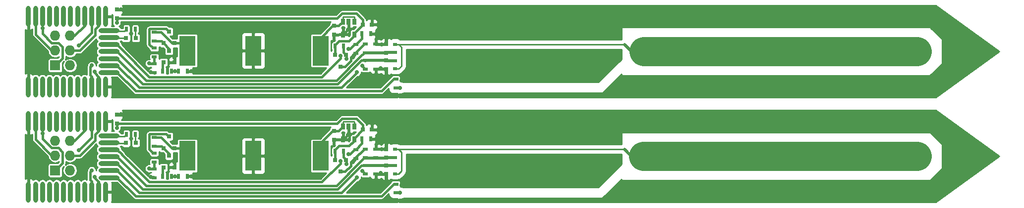
<source format=gbr>
G04 #@! TF.FileFunction,Copper,L1,Top,Signal*
%FSLAX46Y46*%
G04 Gerber Fmt 4.6, Leading zero omitted, Abs format (unit mm)*
G04 Created by KiCad (PCBNEW no-vcs-found-undefined) date Fri Nov 11 20:13:07 2016*
%MOMM*%
%LPD*%
G01*
G04 APERTURE LIST*
%ADD10C,0.100000*%
%ADD11R,1.727200X1.727200*%
%ADD12O,1.727200X1.727200*%
%ADD13R,0.900000X0.500000*%
%ADD14R,0.800000X0.750000*%
%ADD15R,0.500000X0.900000*%
%ADD16R,0.750000X0.800000*%
%ADD17R,0.700000X0.600000*%
%ADD18R,0.650000X1.060000*%
%ADD19R,0.800100X0.800100*%
%ADD20R,0.800000X0.800000*%
%ADD21O,3.600000X0.800000*%
%ADD22O,0.800000X3.600000*%
%ADD23R,2.790000X5.080000*%
%ADD24C,0.700000*%
%ADD25C,0.400000*%
%ADD26C,0.254000*%
%ADD27C,0.508000*%
%ADD28C,5.000000*%
G04 APERTURE END LIST*
D10*
D11*
X85560000Y-75400000D03*
D12*
X88100000Y-75400000D03*
X85560000Y-72860000D03*
X88100000Y-72860000D03*
X85560000Y-70320000D03*
X88100000Y-70320000D03*
D13*
X138562000Y-76040000D03*
X138562000Y-74540000D03*
X140340000Y-74540000D03*
X140340000Y-76040000D03*
X140340000Y-73246000D03*
X140340000Y-71746000D03*
D14*
X139650000Y-68400000D03*
X138150000Y-68400000D03*
D15*
X139450000Y-70000000D03*
X137950000Y-70000000D03*
D13*
X138562000Y-71746000D03*
X138562000Y-73246000D03*
D16*
X142118000Y-71746000D03*
X142118000Y-73246000D03*
X142118000Y-76040000D03*
X142118000Y-74540000D03*
D17*
X143642000Y-73196000D03*
X143642000Y-71796000D03*
X143642000Y-75990000D03*
X143642000Y-74590000D03*
D13*
X143750000Y-77750000D03*
X143750000Y-79250000D03*
D18*
X136650000Y-70100000D03*
X134750000Y-70100000D03*
X134750000Y-67900000D03*
X135700000Y-67900000D03*
X136650000Y-67900000D03*
D19*
X135250000Y-73599240D03*
X133350000Y-73599240D03*
X134300000Y-75598220D03*
D15*
X134850000Y-72100000D03*
X133350000Y-72100000D03*
D16*
X133200000Y-68650000D03*
X133200000Y-70150000D03*
D13*
X136900000Y-71850000D03*
X136900000Y-73350000D03*
D15*
X97750000Y-69200000D03*
X99250000Y-69200000D03*
D13*
X102500000Y-71250000D03*
X102500000Y-69750000D03*
X102500000Y-72450000D03*
X102500000Y-73950000D03*
D20*
X99325000Y-70700000D03*
X97675000Y-70700000D03*
D16*
X96100000Y-67350000D03*
X96100000Y-65850000D03*
D21*
X94750000Y-69450000D03*
X94750000Y-70650000D03*
X94750000Y-71850000D03*
X94750000Y-73050000D03*
X94750000Y-74250000D03*
X94750000Y-75450000D03*
X94750000Y-76650000D03*
D22*
X94200000Y-67000000D03*
X93000000Y-67000000D03*
X91800000Y-67000000D03*
X90600000Y-67000000D03*
X89400000Y-67000000D03*
X88200000Y-67000000D03*
X87000000Y-67000000D03*
X85800000Y-67000000D03*
X84600000Y-67000000D03*
X83400000Y-67000000D03*
X82200000Y-67000000D03*
X94200000Y-79100000D03*
X93000000Y-79100000D03*
X91800000Y-79100000D03*
X90600000Y-79100000D03*
X89400000Y-79100000D03*
X88200000Y-79100000D03*
X87000000Y-79100000D03*
X85800000Y-79100000D03*
X84600000Y-79100000D03*
X83400000Y-79100000D03*
X82200000Y-79100000D03*
X81000000Y-79100000D03*
X81000000Y-67000000D03*
D13*
X102500000Y-76650000D03*
X102500000Y-75150000D03*
D19*
X104050000Y-71600760D03*
X105950000Y-71600760D03*
X105000000Y-69601780D03*
X104050000Y-74900760D03*
X105950000Y-74900760D03*
X105000000Y-72901780D03*
D15*
X103950000Y-76400000D03*
X105450000Y-76400000D03*
X106650000Y-76400000D03*
X108150000Y-76400000D03*
D23*
X130910000Y-72900000D03*
X119400000Y-72900000D03*
X108150000Y-72900000D03*
D19*
X105000000Y-87601780D03*
X105950000Y-89600760D03*
X104050000Y-89600760D03*
D15*
X108150000Y-94400000D03*
X106650000Y-94400000D03*
D19*
X105000000Y-90901780D03*
X105950000Y-92900760D03*
X104050000Y-92900760D03*
X134300000Y-93598220D03*
X133350000Y-91599240D03*
X135250000Y-91599240D03*
D22*
X81000000Y-85000000D03*
X81000000Y-97100000D03*
X82200000Y-97100000D03*
X83400000Y-97100000D03*
X84600000Y-97100000D03*
X85800000Y-97100000D03*
X87000000Y-97100000D03*
X88200000Y-97100000D03*
X89400000Y-97100000D03*
X90600000Y-97100000D03*
X91800000Y-97100000D03*
X93000000Y-97100000D03*
X94200000Y-97100000D03*
X82200000Y-85000000D03*
X83400000Y-85000000D03*
X84600000Y-85000000D03*
X85800000Y-85000000D03*
X87000000Y-85000000D03*
X88200000Y-85000000D03*
X89400000Y-85000000D03*
X90600000Y-85000000D03*
X91800000Y-85000000D03*
X93000000Y-85000000D03*
X94200000Y-85000000D03*
D21*
X94750000Y-94650000D03*
X94750000Y-93450000D03*
X94750000Y-92250000D03*
X94750000Y-91050000D03*
X94750000Y-89850000D03*
X94750000Y-88650000D03*
X94750000Y-87450000D03*
D20*
X97675000Y-88700000D03*
X99325000Y-88700000D03*
D17*
X143642000Y-89796000D03*
X143642000Y-91196000D03*
X143642000Y-92590000D03*
X143642000Y-93990000D03*
D14*
X138150000Y-86400000D03*
X139650000Y-86400000D03*
D16*
X142118000Y-92540000D03*
X142118000Y-94040000D03*
X142118000Y-91246000D03*
X142118000Y-89746000D03*
D13*
X136900000Y-91350000D03*
X136900000Y-89850000D03*
X143750000Y-97250000D03*
X143750000Y-95750000D03*
X138562000Y-92540000D03*
X138562000Y-94040000D03*
X138562000Y-91246000D03*
X138562000Y-89746000D03*
X140340000Y-94040000D03*
X140340000Y-92540000D03*
X140340000Y-89746000D03*
X140340000Y-91246000D03*
D15*
X99250000Y-87200000D03*
X97750000Y-87200000D03*
X137950000Y-88000000D03*
X139450000Y-88000000D03*
D23*
X108150000Y-90900000D03*
X119400000Y-90900000D03*
X130910000Y-90900000D03*
D16*
X96100000Y-83850000D03*
X96100000Y-85350000D03*
X133200000Y-88150000D03*
X133200000Y-86650000D03*
D12*
X88100000Y-88320000D03*
X85560000Y-88320000D03*
X88100000Y-90860000D03*
X85560000Y-90860000D03*
X88100000Y-93400000D03*
D11*
X85560000Y-93400000D03*
D15*
X133350000Y-90100000D03*
X134850000Y-90100000D03*
X105450000Y-94400000D03*
X103950000Y-94400000D03*
D18*
X136650000Y-85900000D03*
X135700000Y-85900000D03*
X134750000Y-85900000D03*
X134750000Y-88100000D03*
X136650000Y-88100000D03*
D13*
X102500000Y-87750000D03*
X102500000Y-89250000D03*
X102500000Y-91950000D03*
X102500000Y-90450000D03*
X102500000Y-93150000D03*
X102500000Y-94650000D03*
D24*
X177000000Y-78000000D03*
X175750000Y-78000000D03*
X175750000Y-80500000D03*
X177000000Y-80500000D03*
X179500000Y-80500000D03*
X178250000Y-80500000D03*
X177000000Y-73000000D03*
X175746139Y-73000000D03*
X177000000Y-70500000D03*
X178246781Y-73000000D03*
X175763982Y-70500000D03*
X178262214Y-70500000D03*
X179500000Y-73000000D03*
X179500000Y-70500000D03*
X180746856Y-70500000D03*
X182000000Y-70500000D03*
X181549990Y-73000000D03*
X180505330Y-73000000D03*
X181702737Y-78297263D03*
X182500000Y-77500000D03*
X181500000Y-74750000D03*
X180595119Y-75654881D03*
X179750000Y-76500000D03*
X181000000Y-79000000D03*
X179008622Y-77241378D03*
X180228329Y-79771671D03*
X178250000Y-78000000D03*
X167000000Y-73000000D03*
X170749984Y-73000000D03*
X168250000Y-73000000D03*
X168250000Y-70500000D03*
X169500000Y-73000000D03*
X169500000Y-70500000D03*
X167000000Y-70500000D03*
X170750000Y-70500000D03*
X169500000Y-80500000D03*
X169500000Y-78000000D03*
X168250000Y-78000000D03*
X170750006Y-78000000D03*
X167000000Y-80500000D03*
X168250010Y-80500000D03*
X170750000Y-80500000D03*
X167000000Y-78000000D03*
X172000000Y-73000000D03*
X173248063Y-73000000D03*
X174500000Y-73000000D03*
X174500000Y-70500000D03*
X172000000Y-70500000D03*
X173248063Y-70500000D03*
X174500000Y-80500000D03*
X173249994Y-78000000D03*
X174500000Y-78000000D03*
X173250000Y-80500000D03*
X172000000Y-78000000D03*
X172000000Y-80500000D03*
X94200000Y-80499996D03*
X81000000Y-80500000D03*
X81000000Y-65600002D03*
X147000000Y-78000000D03*
X148273302Y-80500000D03*
X148257938Y-78000000D03*
X147000000Y-80500000D03*
X108799996Y-76400000D03*
X101841329Y-76527810D03*
X105900000Y-74100000D03*
X121700000Y-72900000D03*
X135535360Y-69314640D03*
X117100000Y-72900000D03*
X145753515Y-80500000D03*
X144500000Y-80550003D03*
X144754951Y-77975243D03*
X145750000Y-78000000D03*
X147000000Y-73000000D03*
X147000000Y-70500000D03*
X148250000Y-70499994D03*
X142150000Y-70700000D03*
X145800000Y-70500000D03*
X143300000Y-70500000D03*
X148250006Y-73000000D03*
X144500000Y-70500000D03*
X94200000Y-65600000D03*
X96800000Y-65800000D03*
X141300000Y-71800004D03*
X141200000Y-75872190D03*
X141630189Y-77934826D03*
X164500000Y-80500000D03*
X165749992Y-78000000D03*
X163250006Y-80500000D03*
X165750000Y-80500000D03*
X164500000Y-78000000D03*
X163250006Y-78000000D03*
X159500000Y-73000000D03*
X159500000Y-70500000D03*
X160749994Y-70500000D03*
X160750000Y-73000000D03*
X158250000Y-73000000D03*
X158250000Y-70500000D03*
X162000000Y-73000000D03*
X163250000Y-72999996D03*
X165750000Y-73000000D03*
X165750000Y-70500000D03*
X164500000Y-73000000D03*
X164500000Y-70500000D03*
X162000000Y-70500000D03*
X163250000Y-70500004D03*
X162000000Y-80500000D03*
X162000000Y-78000000D03*
X158250006Y-78000000D03*
X160750000Y-78000000D03*
X159500000Y-80500000D03*
X158250000Y-80500000D03*
X160750000Y-80500000D03*
X159500000Y-78000000D03*
X154500000Y-73000000D03*
X155750000Y-70500000D03*
X157000000Y-73000000D03*
X157000000Y-70500000D03*
X153250000Y-70500000D03*
X153250006Y-73000000D03*
X155750000Y-73000000D03*
X154500000Y-70500000D03*
X157000000Y-80500000D03*
X157000000Y-78000000D03*
X153250000Y-78000000D03*
X155750000Y-78000000D03*
X154500000Y-80500000D03*
X153250004Y-80500000D03*
X155750000Y-80500000D03*
X154500000Y-78000000D03*
X149500000Y-78000000D03*
X150750000Y-78000000D03*
X152000000Y-78000000D03*
X152000000Y-80500000D03*
X149500000Y-80500000D03*
X150750000Y-80500000D03*
X149500000Y-73000000D03*
X150750000Y-73000000D03*
X150750000Y-70500000D03*
X152000000Y-70500000D03*
X149500000Y-70500000D03*
X152000000Y-73000000D03*
X101841329Y-94527810D03*
X143300000Y-88500000D03*
X145800000Y-88500000D03*
X147000000Y-88500000D03*
X108799996Y-94400000D03*
X94200000Y-98499996D03*
X81000000Y-98500000D03*
X81000000Y-83600002D03*
X94200000Y-83600000D03*
X96800000Y-83800000D03*
X135535360Y-87314640D03*
X105900000Y-92100000D03*
X141300000Y-89800004D03*
X121700000Y-90900000D03*
X117100000Y-90900000D03*
X141630189Y-95934826D03*
X141200000Y-93872190D03*
X142150000Y-88700000D03*
X144754951Y-95975243D03*
X145750000Y-96000000D03*
X180595119Y-93654881D03*
X179008622Y-95241378D03*
X181702737Y-96297263D03*
X180228329Y-97771671D03*
X178250000Y-98500000D03*
X175750000Y-98500000D03*
X175750000Y-96000000D03*
X173249994Y-96000000D03*
X170750006Y-96000000D03*
X165749992Y-96000000D03*
X168250000Y-96000000D03*
X163250006Y-96000000D03*
X160750000Y-96000000D03*
X158250006Y-96000000D03*
X155750000Y-96000000D03*
X153250000Y-96000000D03*
X150750000Y-96000000D03*
X150750000Y-98500000D03*
X148257938Y-96000000D03*
X148273302Y-98500000D03*
X145753515Y-98500000D03*
X165750000Y-88500000D03*
X165750000Y-91000000D03*
X163250000Y-90999996D03*
X163250000Y-88500004D03*
X160750000Y-91000000D03*
X160749994Y-88500000D03*
X158250000Y-88500000D03*
X158250000Y-91000000D03*
X155750000Y-88500000D03*
X155750000Y-91000000D03*
X148250000Y-88499994D03*
X148250006Y-91000000D03*
X150750000Y-91000000D03*
X150750000Y-88500000D03*
X153250000Y-88500000D03*
X153250006Y-91000000D03*
X168250000Y-88500000D03*
X168250000Y-91000000D03*
X170749984Y-91000000D03*
X170750000Y-88500000D03*
X173248063Y-91000000D03*
X173248063Y-88500000D03*
X175746139Y-91000000D03*
X175763982Y-88500000D03*
X178246781Y-91000000D03*
X178262214Y-88500000D03*
X180746856Y-88500000D03*
X180505330Y-91000000D03*
X182500000Y-95500000D03*
X181000000Y-97000000D03*
X181500000Y-92750000D03*
X179750000Y-94500000D03*
X178250000Y-96000000D03*
X179500000Y-98500000D03*
X181549990Y-91000000D03*
X182000000Y-88500000D03*
X144500000Y-98550003D03*
X147000000Y-98500000D03*
X149500000Y-98500000D03*
X152000000Y-98500000D03*
X177000000Y-98500000D03*
X177000000Y-96000000D03*
X174500000Y-96000000D03*
X172000000Y-96000000D03*
X169500000Y-96000000D03*
X167000000Y-96000000D03*
X164500000Y-96000000D03*
X162000000Y-96000000D03*
X159500000Y-96000000D03*
X157000000Y-96000000D03*
X154500000Y-96000000D03*
X152000000Y-96000000D03*
X149500000Y-96000000D03*
X147000000Y-96000000D03*
X144500000Y-88500000D03*
X149500000Y-88500000D03*
X152000000Y-88500000D03*
X154500000Y-88500000D03*
X157000000Y-88500000D03*
X159500000Y-88500000D03*
X162000000Y-88500000D03*
X164500000Y-88500000D03*
X167000000Y-88500000D03*
X169500000Y-88500000D03*
X172000000Y-88500000D03*
X174500000Y-88500000D03*
X177000000Y-88500000D03*
X179500000Y-88500000D03*
X179500000Y-91000000D03*
X177000000Y-91000000D03*
X174500000Y-91000000D03*
X172000000Y-91000000D03*
X169500000Y-91000000D03*
X167000000Y-91000000D03*
X164500000Y-91000000D03*
X162000000Y-91000000D03*
X159500000Y-91000000D03*
X157000000Y-91000000D03*
X154500000Y-91000000D03*
X152000000Y-91000000D03*
X149500000Y-91000000D03*
X147000000Y-91000000D03*
X173250000Y-98500000D03*
X170750000Y-98500000D03*
X165750000Y-98500000D03*
X168250010Y-98500000D03*
X163250006Y-98500000D03*
X160750000Y-98500000D03*
X158250000Y-98500000D03*
X155750000Y-98500000D03*
X153250004Y-98500000D03*
X154500000Y-98500000D03*
X157000000Y-98500000D03*
X159500000Y-98500000D03*
X162000000Y-98500000D03*
X164500000Y-98500000D03*
X167000000Y-98500000D03*
X169500000Y-98500000D03*
X172000000Y-98500000D03*
X174500000Y-98500000D03*
X138000002Y-75500000D03*
X136399988Y-74000000D03*
X138000002Y-93500000D03*
X136399988Y-92000000D03*
X184300000Y-91100000D03*
X184800000Y-73000000D03*
X144500000Y-79250000D03*
X144500000Y-97250000D03*
X135700000Y-72599998D03*
X134322126Y-73800000D03*
X134322126Y-91800000D03*
X135700000Y-90599998D03*
X83400000Y-69054000D03*
X96100000Y-68100000D03*
X83400000Y-87054000D03*
X96100000Y-86100000D03*
X89585362Y-71985358D03*
X89585362Y-89985358D03*
X135300000Y-74300000D03*
X137100000Y-76600002D03*
X135300000Y-92300000D03*
X137100000Y-94600002D03*
X92281190Y-76501909D03*
X106000000Y-76400000D03*
X92281190Y-94501909D03*
X106000000Y-94400000D03*
X91800000Y-75400000D03*
X101602957Y-75072196D03*
X101602957Y-93072196D03*
X91800000Y-93400000D03*
D25*
X135700000Y-69150000D02*
X135535360Y-69314640D01*
X134750000Y-70100000D02*
X135535360Y-69314640D01*
X134700000Y-70150000D02*
X134750000Y-70100000D01*
X135700000Y-67900000D02*
X135700000Y-69150000D01*
X94200000Y-79100000D02*
X94200000Y-80499996D01*
D26*
X85570672Y-70460000D02*
X85700000Y-70460000D01*
D25*
X94200000Y-67000000D02*
X94200000Y-65600000D01*
X81000000Y-79100000D02*
X81000000Y-80500000D01*
X81000000Y-67000000D02*
X81000000Y-65600002D01*
X108150000Y-76400000D02*
X108799996Y-76400000D01*
X102500000Y-76650000D02*
X102377810Y-76527810D01*
X119400000Y-72900000D02*
X121700000Y-72900000D01*
X119400000Y-72900000D02*
X117100000Y-72900000D01*
X102377810Y-76527810D02*
X102336303Y-76527810D01*
X102336303Y-76527810D02*
X101841329Y-76527810D01*
X105950000Y-74900760D02*
X105950000Y-74150000D01*
X105999240Y-74950000D02*
X105950000Y-74900760D01*
X105950000Y-74150000D02*
X105900000Y-74100000D01*
X133200000Y-70150000D02*
X134700000Y-70150000D01*
X96100000Y-65850000D02*
X96750000Y-65850000D01*
X96750000Y-65850000D02*
X96800000Y-65800000D01*
D26*
X163250004Y-70500000D02*
X163250000Y-70500004D01*
X162000000Y-70500000D02*
X163249996Y-70500000D01*
X163249996Y-70500000D02*
X163250000Y-70500004D01*
X164500000Y-70500000D02*
X163250004Y-70500000D01*
X164500000Y-73000000D02*
X165750000Y-73000000D01*
X164500000Y-70500000D02*
X165750000Y-70500000D01*
X159500000Y-70500000D02*
X158250000Y-70500000D01*
X181702737Y-78297263D02*
X182500000Y-77500000D01*
X177000000Y-80500000D02*
X178250000Y-80500000D01*
X179500000Y-80500000D02*
X180228329Y-79771671D01*
X181000000Y-79000000D02*
X181702737Y-78297263D01*
X174500000Y-78000000D02*
X175750000Y-78000000D01*
X181549990Y-73000000D02*
X180505330Y-73000000D01*
X179500000Y-73000000D02*
X180505330Y-73000000D01*
X180595119Y-75654881D02*
X181500000Y-74750000D01*
X177000000Y-78000000D02*
X178250000Y-78000000D01*
X177000000Y-73000000D02*
X178246781Y-73000000D01*
X177000000Y-73000000D02*
X175746139Y-73000000D01*
X178250000Y-78000000D02*
X179008622Y-77241378D01*
X172000000Y-73000000D02*
X173248063Y-73000000D01*
X173248063Y-73000000D02*
X174500000Y-73000000D01*
X172000000Y-73000000D02*
X170749984Y-73000000D01*
X147000000Y-73000000D02*
X148250006Y-73000000D01*
X159500000Y-73000000D02*
X158250000Y-73000000D01*
X154500000Y-73000000D02*
X153250006Y-73000000D01*
X149500000Y-73000000D02*
X150750000Y-73000000D01*
X149500000Y-73000000D02*
X148250006Y-73000000D01*
X164500000Y-80500000D02*
X162000000Y-80500000D01*
X157000000Y-80500000D02*
X158250000Y-80500000D01*
X159500000Y-78000000D02*
X158250006Y-78000000D01*
X162000000Y-73000000D02*
X164500000Y-73000000D01*
X162000000Y-78000000D02*
X164500000Y-78000000D01*
X159500000Y-80500000D02*
X158250000Y-80500000D01*
X154500000Y-80500000D02*
X153250004Y-80500000D01*
X147000000Y-80500000D02*
X145753515Y-80500000D01*
X154500000Y-80500000D02*
X155750000Y-80500000D01*
X152000000Y-80500000D02*
X153250004Y-80500000D01*
X154500000Y-78000000D02*
X155750000Y-78000000D01*
X147000000Y-80500000D02*
X148273302Y-80500000D01*
X147000000Y-78000000D02*
X148257938Y-78000000D01*
X149500000Y-80500000D02*
X148273302Y-80500000D01*
X149500000Y-80500000D02*
X150750000Y-80500000D01*
X149500000Y-78000000D02*
X150750000Y-78000000D01*
X152000000Y-78000000D02*
X153250000Y-78000000D01*
X154500000Y-78000000D02*
X153250000Y-78000000D01*
X148257938Y-78000000D02*
X149500000Y-78000000D01*
X167000000Y-73000000D02*
X168250000Y-73000000D01*
X169500000Y-73000000D02*
X168250000Y-73000000D01*
X174500000Y-80500000D02*
X175750000Y-80500000D01*
X178262214Y-70500000D02*
X177000000Y-70500000D01*
X177000000Y-70500000D02*
X175763982Y-70500000D01*
X172000000Y-70500000D02*
X173248063Y-70500000D01*
X174500000Y-70500000D02*
X173248063Y-70500000D01*
X172000000Y-70500000D02*
X170750000Y-70500000D01*
X182000000Y-70500000D02*
X180746856Y-70500000D01*
X179500000Y-70500000D02*
X178262214Y-70500000D01*
X167000000Y-70500000D02*
X168250000Y-70500000D01*
X169500000Y-70500000D02*
X168250000Y-70500000D01*
X154500000Y-70500000D02*
X153250000Y-70500000D01*
X149500000Y-70500000D02*
X148250006Y-70500000D01*
X148250006Y-70500000D02*
X148250000Y-70499994D01*
X167000000Y-80500000D02*
X168250010Y-80500000D01*
X167000000Y-78000000D02*
X168250000Y-78000000D01*
X169500000Y-80500000D02*
X168250010Y-80500000D01*
X169500000Y-78000000D02*
X168250000Y-78000000D01*
X164500000Y-78000000D02*
X165749992Y-78000000D01*
X169500000Y-80500000D02*
X170750000Y-80500000D01*
X174500000Y-80500000D02*
X173250000Y-80500000D01*
X174500000Y-78000000D02*
X173249994Y-78000000D01*
X169500000Y-78000000D02*
X170750006Y-78000000D01*
X144779708Y-78000000D02*
X144754951Y-77975243D01*
X145750000Y-78000000D02*
X144779708Y-78000000D01*
D27*
X142118000Y-70732000D02*
X142150000Y-70700000D01*
X140406004Y-71800004D02*
X141300000Y-71800004D01*
X142118000Y-71746000D02*
X142118000Y-70732000D01*
X140340000Y-71734000D02*
X140406004Y-71800004D01*
X142118000Y-77447015D02*
X141630189Y-77934826D01*
D26*
X141367810Y-76040000D02*
X141200000Y-75872190D01*
X142118000Y-76040000D02*
X141367810Y-76040000D01*
D27*
X142118000Y-76040000D02*
X142118000Y-77447015D01*
D26*
X147000000Y-70500000D02*
X148249994Y-70500000D01*
X148249994Y-70500000D02*
X148250000Y-70499994D01*
D25*
X147000000Y-70500000D02*
X145800000Y-70500000D01*
X144500000Y-70500000D02*
X143300000Y-70500000D01*
X102336303Y-94527810D02*
X101841329Y-94527810D01*
X102377810Y-94527810D02*
X102336303Y-94527810D01*
X102500000Y-94650000D02*
X102377810Y-94527810D01*
X144500000Y-88500000D02*
X143300000Y-88500000D01*
X147000000Y-88500000D02*
X145800000Y-88500000D01*
X108150000Y-94400000D02*
X108799996Y-94400000D01*
X94200000Y-97100000D02*
X94200000Y-98499996D01*
X81000000Y-97100000D02*
X81000000Y-98500000D01*
X81000000Y-85000000D02*
X81000000Y-83600002D01*
X94200000Y-85000000D02*
X94200000Y-83600000D01*
X96100000Y-83850000D02*
X96750000Y-83850000D01*
X96750000Y-83850000D02*
X96800000Y-83800000D01*
X135700000Y-87150000D02*
X135535360Y-87314640D01*
X134750000Y-88100000D02*
X135535360Y-87314640D01*
X135700000Y-85900000D02*
X135700000Y-87150000D01*
X105950000Y-92900760D02*
X105950000Y-92150000D01*
X105950000Y-92150000D02*
X105900000Y-92100000D01*
X133200000Y-88150000D02*
X134700000Y-88150000D01*
X134700000Y-88150000D02*
X134750000Y-88100000D01*
D27*
X140406004Y-89800004D02*
X141300000Y-89800004D01*
X140340000Y-89734000D02*
X140406004Y-89800004D01*
D25*
X119400000Y-90900000D02*
X121700000Y-90900000D01*
X119400000Y-90900000D02*
X117100000Y-90900000D01*
D27*
X142118000Y-94040000D02*
X142118000Y-95447015D01*
X142118000Y-95447015D02*
X141630189Y-95934826D01*
D25*
X105999240Y-92950000D02*
X105950000Y-92900760D01*
D26*
X142118000Y-94040000D02*
X141367810Y-94040000D01*
X141367810Y-94040000D02*
X141200000Y-93872190D01*
D27*
X142118000Y-89746000D02*
X142118000Y-88732000D01*
D26*
X145750000Y-96000000D02*
X144779708Y-96000000D01*
X144779708Y-96000000D02*
X144754951Y-95975243D01*
X180595119Y-93654881D02*
X181500000Y-92750000D01*
X178250000Y-96000000D02*
X179008622Y-95241378D01*
X181702737Y-96297263D02*
X182500000Y-95500000D01*
X181000000Y-97000000D02*
X181702737Y-96297263D01*
X179500000Y-98500000D02*
X180228329Y-97771671D01*
X177000000Y-98500000D02*
X178250000Y-98500000D01*
X174500000Y-96000000D02*
X175750000Y-96000000D01*
X174500000Y-96000000D02*
X173249994Y-96000000D01*
X169500000Y-96000000D02*
X170750006Y-96000000D01*
X164500000Y-96000000D02*
X165749992Y-96000000D01*
X169500000Y-96000000D02*
X168250000Y-96000000D01*
X167000000Y-96000000D02*
X168250000Y-96000000D01*
X159500000Y-96000000D02*
X158250006Y-96000000D01*
X154500000Y-96000000D02*
X155750000Y-96000000D01*
X152000000Y-98500000D02*
X153250004Y-98500000D01*
X154500000Y-96000000D02*
X153250000Y-96000000D01*
X152000000Y-96000000D02*
X153250000Y-96000000D01*
X149500000Y-96000000D02*
X150750000Y-96000000D01*
X149500000Y-98500000D02*
X150750000Y-98500000D01*
X148257938Y-96000000D02*
X149500000Y-96000000D01*
X147000000Y-96000000D02*
X148257938Y-96000000D01*
X149500000Y-98500000D02*
X148273302Y-98500000D01*
X147000000Y-98500000D02*
X148273302Y-98500000D01*
X147000000Y-98500000D02*
X145753515Y-98500000D01*
X164500000Y-88500000D02*
X165750000Y-88500000D01*
X164500000Y-91000000D02*
X165750000Y-91000000D01*
X164500000Y-88500000D02*
X163250004Y-88500000D01*
X163249996Y-88500000D02*
X163250000Y-88500004D01*
X162000000Y-88500000D02*
X163249996Y-88500000D01*
X163250004Y-88500000D02*
X163250000Y-88500004D01*
X159500000Y-88500000D02*
X158250000Y-88500000D01*
X159500000Y-91000000D02*
X158250000Y-91000000D01*
X148250006Y-88500000D02*
X148250000Y-88499994D01*
X149500000Y-88500000D02*
X148250006Y-88500000D01*
X148249994Y-88500000D02*
X148250000Y-88499994D01*
X147000000Y-88500000D02*
X148249994Y-88500000D01*
X149500000Y-91000000D02*
X148250006Y-91000000D01*
X147000000Y-91000000D02*
X148250006Y-91000000D01*
X149500000Y-91000000D02*
X150750000Y-91000000D01*
X154500000Y-88500000D02*
X153250000Y-88500000D01*
X154500000Y-91000000D02*
X153250006Y-91000000D01*
X167000000Y-88500000D02*
X168250000Y-88500000D01*
X169500000Y-88500000D02*
X168250000Y-88500000D01*
X167000000Y-91000000D02*
X168250000Y-91000000D01*
X169500000Y-91000000D02*
X168250000Y-91000000D01*
X172000000Y-91000000D02*
X170749984Y-91000000D01*
X172000000Y-88500000D02*
X170750000Y-88500000D01*
X173248063Y-91000000D02*
X174500000Y-91000000D01*
X172000000Y-91000000D02*
X173248063Y-91000000D01*
X174500000Y-88500000D02*
X173248063Y-88500000D01*
X172000000Y-88500000D02*
X173248063Y-88500000D01*
X177000000Y-91000000D02*
X175746139Y-91000000D01*
X177000000Y-88500000D02*
X175763982Y-88500000D01*
X177000000Y-91000000D02*
X178246781Y-91000000D01*
X178262214Y-88500000D02*
X177000000Y-88500000D01*
X179500000Y-88500000D02*
X178262214Y-88500000D01*
X182000000Y-88500000D02*
X180746856Y-88500000D01*
X179500000Y-91000000D02*
X180505330Y-91000000D01*
X181549990Y-91000000D02*
X180505330Y-91000000D01*
X177000000Y-96000000D02*
X178250000Y-96000000D01*
X162000000Y-96000000D02*
X164500000Y-96000000D01*
X162000000Y-91000000D02*
X164500000Y-91000000D01*
D27*
X142118000Y-88732000D02*
X142150000Y-88700000D01*
D26*
X85570672Y-88460000D02*
X85700000Y-88460000D01*
X174500000Y-98500000D02*
X173250000Y-98500000D01*
X169500000Y-98500000D02*
X170750000Y-98500000D01*
X169500000Y-98500000D02*
X168250010Y-98500000D01*
X167000000Y-98500000D02*
X168250010Y-98500000D01*
X159500000Y-98500000D02*
X158250000Y-98500000D01*
X157000000Y-98500000D02*
X158250000Y-98500000D01*
X154500000Y-98500000D02*
X155750000Y-98500000D01*
X154500000Y-98500000D02*
X153250004Y-98500000D01*
X164500000Y-98500000D02*
X162000000Y-98500000D01*
X174500000Y-98500000D02*
X175750000Y-98500000D01*
D25*
X138538000Y-71722000D02*
X138562000Y-71746000D01*
X138562000Y-71746000D02*
X138362000Y-71746000D01*
X136800000Y-73308000D02*
X136800000Y-73405026D01*
X136855026Y-73350000D02*
X136800000Y-73405026D01*
X136900000Y-73350000D02*
X136700000Y-73350000D01*
X136800000Y-73599988D02*
X136399988Y-74000000D01*
X136700000Y-73350000D02*
X136050000Y-74000000D01*
X136800000Y-73405026D02*
X136800000Y-73599988D01*
X138362000Y-71746000D02*
X136800000Y-73308000D01*
X136900000Y-73350000D02*
X136855026Y-73350000D01*
X138562000Y-76040000D02*
X138540002Y-76040000D01*
X138540002Y-76040000D02*
X138350001Y-75849999D01*
X138350001Y-75849999D02*
X138000002Y-75500000D01*
X138362000Y-76040000D02*
X138562000Y-76040000D01*
X136050000Y-74648270D02*
X135100050Y-75598220D01*
X136050000Y-74000000D02*
X136050000Y-74648270D01*
X135100050Y-75598220D02*
X134300000Y-75598220D01*
X138350001Y-93849999D02*
X138000002Y-93500000D01*
X138540002Y-94040000D02*
X138350001Y-93849999D01*
X138562000Y-94040000D02*
X138540002Y-94040000D01*
X135100050Y-93598220D02*
X134300000Y-93598220D01*
X136050000Y-92000000D02*
X136050000Y-92648270D01*
X136700000Y-91350000D02*
X136050000Y-92000000D01*
X136900000Y-91350000D02*
X136700000Y-91350000D01*
X136050000Y-92648270D02*
X135100050Y-93598220D01*
X136800000Y-91599988D02*
X136399988Y-92000000D01*
X136900000Y-91350000D02*
X136855026Y-91350000D01*
X136855026Y-91350000D02*
X136800000Y-91405026D01*
X138362000Y-89746000D02*
X136800000Y-91308000D01*
X136800000Y-91405026D02*
X136800000Y-91599988D01*
X136800000Y-91308000D02*
X136800000Y-91405026D01*
X138562000Y-89746000D02*
X138362000Y-89746000D01*
X138362000Y-94040000D02*
X138562000Y-94040000D01*
X138538000Y-89722000D02*
X138562000Y-89746000D01*
X137712000Y-73896000D02*
X137709706Y-73896000D01*
X138362000Y-73246000D02*
X137712000Y-73896000D01*
X138562000Y-73246000D02*
X138362000Y-73246000D01*
X137709706Y-73896000D02*
X133605706Y-78000000D01*
X133605706Y-78000000D02*
X101100000Y-78000000D01*
X101100000Y-78000000D02*
X96150000Y-73050000D01*
X96150000Y-73050000D02*
X94750000Y-73050000D01*
D27*
X140340000Y-73258000D02*
X138562000Y-73258000D01*
X142118000Y-73258000D02*
X140340000Y-73258000D01*
X143642000Y-73196000D02*
X142180000Y-73196000D01*
X142180000Y-73196000D02*
X142118000Y-73258000D01*
D25*
X101100000Y-96000000D02*
X96150000Y-91050000D01*
X133605706Y-96000000D02*
X101100000Y-96000000D01*
X138562000Y-91246000D02*
X138362000Y-91246000D01*
X138362000Y-91246000D02*
X137712000Y-91896000D01*
X137712000Y-91896000D02*
X137709706Y-91896000D01*
X137709706Y-91896000D02*
X133605706Y-96000000D01*
X96150000Y-91050000D02*
X94750000Y-91050000D01*
D27*
X142180000Y-91196000D02*
X142118000Y-91258000D01*
X143642000Y-91196000D02*
X142180000Y-91196000D01*
X142118000Y-91258000D02*
X140340000Y-91258000D01*
X140340000Y-91258000D02*
X138562000Y-91258000D01*
D26*
X184794974Y-91100000D02*
X184300000Y-91100000D01*
X185000000Y-91000000D02*
X184900000Y-91100000D01*
X184900000Y-91100000D02*
X184794974Y-91100000D01*
X185000000Y-73000000D02*
X184800000Y-73000000D01*
D28*
X186100000Y-73000000D02*
X232800000Y-73000000D01*
X186000000Y-91000000D02*
X232800000Y-91000000D01*
D26*
X143642000Y-71796000D02*
X182796000Y-71796000D01*
D27*
X185000000Y-73000000D02*
X185000000Y-73743064D01*
X185000000Y-73743064D02*
X184871532Y-73871532D01*
X182796000Y-71796000D02*
X184871532Y-73871532D01*
D26*
X144719001Y-72269001D02*
X144719001Y-75516999D01*
X144719001Y-75516999D02*
X144246000Y-75990000D01*
X144246000Y-71796000D02*
X144719001Y-72269001D01*
X144246000Y-75990000D02*
X143642000Y-75990000D01*
X143750000Y-79250000D02*
X144500000Y-79250000D01*
X143642000Y-71796000D02*
X144246000Y-71796000D01*
X143642000Y-89796000D02*
X144246000Y-89796000D01*
X144246000Y-89796000D02*
X144719001Y-90269001D01*
X144719001Y-93516999D02*
X144246000Y-93990000D01*
X144719001Y-90269001D02*
X144719001Y-93516999D01*
D27*
X182796000Y-89796000D02*
X184871532Y-91871532D01*
X185000000Y-91743064D02*
X184871532Y-91871532D01*
D26*
X143642000Y-89796000D02*
X182796000Y-89796000D01*
D27*
X185000000Y-91000000D02*
X185000000Y-91743064D01*
D26*
X143750000Y-97250000D02*
X144500000Y-97250000D01*
X144246000Y-93990000D02*
X143642000Y-93990000D01*
D25*
X135950002Y-72599998D02*
X135700000Y-72599998D01*
X137100000Y-71850000D02*
X136900000Y-71850000D01*
X136900000Y-71850000D02*
X137950000Y-70800000D01*
X137950000Y-70800000D02*
X137950000Y-70000000D01*
X136900000Y-71850000D02*
X136700000Y-71850000D01*
X136700000Y-71850000D02*
X135950002Y-72599998D01*
X134322126Y-74194972D02*
X134322126Y-73800000D01*
X131117098Y-77400000D02*
X134322126Y-74194972D01*
X101637545Y-77400000D02*
X131117098Y-77400000D01*
X96950000Y-72712455D02*
X101637545Y-77400000D01*
X96150000Y-71850000D02*
X96950000Y-72650000D01*
X94750000Y-71850000D02*
X96150000Y-71850000D01*
X96950000Y-72650000D02*
X96950000Y-72712455D01*
X96950000Y-90650000D02*
X96950000Y-90712455D01*
X96950000Y-90712455D02*
X101637545Y-95400000D01*
X131117098Y-95400000D02*
X134322126Y-92194972D01*
X94750000Y-89850000D02*
X96150000Y-89850000D01*
X96150000Y-89850000D02*
X96950000Y-90650000D01*
X101637545Y-95400000D02*
X131117098Y-95400000D01*
X134322126Y-92194972D02*
X134322126Y-91800000D01*
X135950002Y-90599998D02*
X135700000Y-90599998D01*
X136900000Y-89850000D02*
X136700000Y-89850000D01*
X136700000Y-89850000D02*
X135950002Y-90599998D01*
X136900000Y-89850000D02*
X137950000Y-88800000D01*
X137950000Y-88800000D02*
X137950000Y-88000000D01*
X137100000Y-89850000D02*
X136900000Y-89850000D01*
X84960000Y-72860000D02*
X82200000Y-70100000D01*
X85560000Y-72860000D02*
X84960000Y-72860000D01*
X82200000Y-69200000D02*
X82200000Y-67000000D01*
D26*
X82200000Y-67000000D02*
X82200000Y-68400000D01*
D25*
X82200000Y-70100000D02*
X82200000Y-69200000D01*
X85560000Y-90860000D02*
X84960000Y-90860000D01*
X84960000Y-90860000D02*
X82200000Y-88100000D01*
X82200000Y-88100000D02*
X82200000Y-87200000D01*
X82200000Y-87200000D02*
X82200000Y-85000000D01*
D26*
X82200000Y-85000000D02*
X82200000Y-86400000D01*
D25*
X141300000Y-79800000D02*
X99300000Y-79800000D01*
X96150000Y-76650000D02*
X94750000Y-76650000D01*
X99300000Y-79800000D02*
X96150000Y-76650000D01*
X143350000Y-77750000D02*
X141300000Y-79800000D01*
X143750000Y-77750000D02*
X143350000Y-77750000D01*
X143750000Y-95750000D02*
X143350000Y-95750000D01*
X143350000Y-95750000D02*
X141300000Y-97800000D01*
X141300000Y-97800000D02*
X99300000Y-97800000D01*
X99300000Y-97800000D02*
X96150000Y-94650000D01*
X96150000Y-94650000D02*
X94750000Y-94650000D01*
D26*
X99250000Y-70625000D02*
X99325000Y-70700000D01*
X99250000Y-69200000D02*
X99250000Y-70625000D01*
X99250000Y-87200000D02*
X99250000Y-88625000D01*
X99250000Y-88625000D02*
X99325000Y-88700000D01*
X94750000Y-70750000D02*
X97625000Y-70750000D01*
X97625000Y-70750000D02*
X97675000Y-70700000D01*
X94750000Y-88750000D02*
X97625000Y-88750000D01*
X97625000Y-88750000D02*
X97675000Y-88700000D01*
D25*
X134050000Y-71200000D02*
X135755000Y-71200000D01*
X133350000Y-71900000D02*
X134050000Y-71200000D01*
X133350000Y-72100000D02*
X133350000Y-71900000D01*
X136650000Y-70305000D02*
X136650000Y-70100000D01*
D26*
X136650000Y-70100000D02*
X136650000Y-69895000D01*
D25*
X136650000Y-69900000D02*
X136650000Y-70100000D01*
X135755000Y-71200000D02*
X136650000Y-70305000D01*
X136800000Y-70250000D02*
X136650000Y-70100000D01*
X137025000Y-66500000D02*
X138150000Y-67625000D01*
X138150000Y-68400000D02*
X136650000Y-69900000D01*
X138150000Y-67625000D02*
X138150000Y-68400000D01*
X134600000Y-66500000D02*
X133750000Y-67350000D01*
X134600000Y-66500000D02*
X137025000Y-66500000D01*
X133350000Y-72100000D02*
X133350000Y-73599240D01*
X86098675Y-71561401D02*
X84964127Y-71561401D01*
X86801401Y-72264127D02*
X86098675Y-71561401D01*
X84964127Y-71561401D02*
X83400000Y-69997274D01*
X86801401Y-74158599D02*
X86801401Y-72264127D01*
X85560000Y-75400000D02*
X86801401Y-74158599D01*
D26*
X83400000Y-67000000D02*
X83400000Y-68289328D01*
X83400000Y-69054000D02*
X83400000Y-67000000D01*
D25*
X83400000Y-69548974D02*
X83400000Y-69054000D01*
X83400000Y-69997274D02*
X83400000Y-69548974D01*
X96100000Y-67350000D02*
X96100000Y-68100000D01*
X133750000Y-67350000D02*
X96100000Y-67350000D01*
X85560000Y-93400000D02*
X86801401Y-92158599D01*
X86801401Y-92158599D02*
X86801401Y-90264127D01*
X84964127Y-89561401D02*
X83400000Y-87997274D01*
X86801401Y-90264127D02*
X86098675Y-89561401D01*
X86098675Y-89561401D02*
X84964127Y-89561401D01*
X83400000Y-87997274D02*
X83400000Y-87548974D01*
X83400000Y-87548974D02*
X83400000Y-87054000D01*
X138150000Y-86400000D02*
X136650000Y-87900000D01*
X136650000Y-87900000D02*
X136650000Y-88100000D01*
X134600000Y-84500000D02*
X137025000Y-84500000D01*
X137025000Y-84500000D02*
X138150000Y-85625000D01*
X138150000Y-85625000D02*
X138150000Y-86400000D01*
D26*
X136650000Y-88100000D02*
X136650000Y-87895000D01*
D25*
X134600000Y-84500000D02*
X133750000Y-85350000D01*
X133750000Y-85350000D02*
X96100000Y-85350000D01*
X96100000Y-85350000D02*
X96100000Y-86100000D01*
X136800000Y-88250000D02*
X136650000Y-88100000D01*
X133350000Y-90100000D02*
X133350000Y-89900000D01*
X133350000Y-89900000D02*
X134050000Y-89200000D01*
X134050000Y-89200000D02*
X135755000Y-89200000D01*
X135755000Y-89200000D02*
X136650000Y-88305000D01*
X136650000Y-88305000D02*
X136650000Y-88100000D01*
X133350000Y-90100000D02*
X133350000Y-91599240D01*
D26*
X83400000Y-87054000D02*
X83400000Y-85000000D01*
X83400000Y-85000000D02*
X83400000Y-86289328D01*
X90600000Y-68400000D02*
X90600000Y-67000000D01*
D25*
X90600000Y-68600000D02*
X90600000Y-67000000D01*
X88100000Y-70320000D02*
X88880000Y-70320000D01*
X88880000Y-70320000D02*
X90600000Y-68600000D01*
X88100000Y-88320000D02*
X88880000Y-88320000D01*
X88880000Y-88320000D02*
X90600000Y-86600000D01*
X90600000Y-86600000D02*
X90600000Y-85000000D01*
D26*
X90600000Y-86400000D02*
X90600000Y-85000000D01*
D25*
X93000000Y-68617148D02*
X92377811Y-69239337D01*
X93000000Y-67000000D02*
X93000000Y-68617148D01*
D26*
X93000000Y-68240000D02*
X93000000Y-67000000D01*
D25*
X89321314Y-72860000D02*
X88100000Y-72860000D01*
X89740000Y-72860000D02*
X89321314Y-72860000D01*
X92377811Y-69239337D02*
X92377811Y-70222189D01*
X92377811Y-70222189D02*
X89740000Y-72860000D01*
X92377811Y-87239337D02*
X92377811Y-88222189D01*
X93000000Y-85000000D02*
X93000000Y-86617148D01*
X93000000Y-86617148D02*
X92377811Y-87239337D01*
X89321314Y-90860000D02*
X88100000Y-90860000D01*
X92377811Y-88222189D02*
X89740000Y-90860000D01*
X89740000Y-90860000D02*
X89321314Y-90860000D01*
D26*
X93000000Y-86240000D02*
X93000000Y-85000000D01*
D25*
X91800000Y-67000000D02*
X91800000Y-69770720D01*
X91800000Y-69770720D02*
X89935361Y-71635359D01*
X89935361Y-71635359D02*
X89585362Y-71985358D01*
X89935361Y-89635359D02*
X89585362Y-89985358D01*
X91800000Y-85000000D02*
X91800000Y-87770720D01*
X91800000Y-87770720D02*
X89935361Y-89635359D01*
X134850000Y-72100000D02*
X134850000Y-73150714D01*
X136750001Y-76950001D02*
X137100000Y-76600002D01*
X135300000Y-73805026D02*
X135300000Y-74300000D01*
X135250000Y-73599240D02*
X135300000Y-73649240D01*
X135300000Y-73649240D02*
X135300000Y-73805026D01*
X134850000Y-73150714D02*
X135250000Y-73550714D01*
X135250000Y-73550714D02*
X135250000Y-73599240D01*
X99900000Y-79200000D02*
X134500002Y-79200000D01*
X96150000Y-75450000D02*
X94750000Y-75450000D01*
D26*
X96150000Y-75450000D02*
X96400000Y-75700000D01*
D25*
X96150000Y-75450000D02*
X99900000Y-79200000D01*
X134500002Y-79200000D02*
X136750001Y-76950001D01*
X135250000Y-91550714D02*
X135250000Y-91599240D01*
X134850000Y-91150714D02*
X135250000Y-91550714D01*
X134850000Y-90100000D02*
X134850000Y-91150714D01*
X135300000Y-91805026D02*
X135300000Y-92300000D01*
X135300000Y-91649240D02*
X135300000Y-91805026D01*
X135250000Y-91599240D02*
X135300000Y-91649240D01*
X136750001Y-94950001D02*
X137100000Y-94600002D01*
X99900000Y-97200000D02*
X134500002Y-97200000D01*
X96150000Y-93450000D02*
X99900000Y-97200000D01*
X134500002Y-97200000D02*
X136750001Y-94950001D01*
X96150000Y-93450000D02*
X94750000Y-93450000D01*
D26*
X96150000Y-93450000D02*
X96400000Y-93700000D01*
X97400000Y-69550000D02*
X97750000Y-69200000D01*
X94750000Y-69550000D02*
X97400000Y-69550000D01*
X94750000Y-87550000D02*
X97400000Y-87550000D01*
X97400000Y-87550000D02*
X97750000Y-87200000D01*
D25*
X105000000Y-72550760D02*
X104050000Y-71600760D01*
X105000000Y-72901780D02*
X105000000Y-72550760D01*
X102500000Y-71250000D02*
X103699240Y-71250000D01*
X103699240Y-71250000D02*
X104050000Y-71600760D01*
X105000000Y-90901780D02*
X105000000Y-90550760D01*
X105000000Y-90550760D02*
X104050000Y-89600760D01*
X102500000Y-89250000D02*
X103699240Y-89250000D01*
X103699240Y-89250000D02*
X104050000Y-89600760D01*
X103950000Y-75000760D02*
X104050000Y-74900760D01*
X103950000Y-76400000D02*
X103950000Y-75000760D01*
X103950000Y-94400000D02*
X103950000Y-93000760D01*
X103950000Y-93000760D02*
X104050000Y-92900760D01*
D26*
X138562000Y-74528000D02*
X138308000Y-74528000D01*
D25*
X138562000Y-74540000D02*
X137882854Y-74540000D01*
X138562000Y-74540000D02*
X138513000Y-74589000D01*
X138513000Y-74589000D02*
X138435254Y-74589000D01*
D27*
X140340000Y-74528000D02*
X138562000Y-74528000D01*
D25*
X137882854Y-74540000D02*
X133822854Y-78600000D01*
X133822854Y-78600000D02*
X100500000Y-78600000D01*
X96150000Y-74250000D02*
X94750000Y-74250000D01*
X100500000Y-78600000D02*
X96150000Y-74250000D01*
D27*
X143642000Y-74590000D02*
X142180000Y-74590000D01*
X142180000Y-74590000D02*
X142118000Y-74528000D01*
X142118000Y-74528000D02*
X140340000Y-74528000D01*
D25*
X138562000Y-92540000D02*
X137882854Y-92540000D01*
X133822854Y-96600000D02*
X100500000Y-96600000D01*
X100500000Y-96600000D02*
X96150000Y-92250000D01*
X96150000Y-92250000D02*
X94750000Y-92250000D01*
X137882854Y-92540000D02*
X133822854Y-96600000D01*
X138513000Y-92589000D02*
X138435254Y-92589000D01*
X138562000Y-92540000D02*
X138513000Y-92589000D01*
D26*
X138562000Y-92528000D02*
X138308000Y-92528000D01*
D27*
X142180000Y-92590000D02*
X142118000Y-92528000D01*
X143642000Y-92590000D02*
X142180000Y-92590000D01*
X142118000Y-92528000D02*
X140340000Y-92528000D01*
X140340000Y-92528000D02*
X138562000Y-92528000D01*
D26*
X136650000Y-67116000D02*
X136650000Y-67900000D01*
X136599199Y-67065199D02*
X136650000Y-67116000D01*
X134750000Y-67900000D02*
X134750000Y-67116000D01*
X134750000Y-67116000D02*
X134800801Y-67065199D01*
X134800801Y-67065199D02*
X136599199Y-67065199D01*
D25*
X134000000Y-68650000D02*
X134750000Y-67900000D01*
X106850760Y-71600760D02*
X108150000Y-72900000D01*
X105530142Y-71600760D02*
X105950000Y-71600760D01*
X105950000Y-71600760D02*
X106850760Y-71600760D01*
X130910000Y-70690000D02*
X130910000Y-72900000D01*
X132950000Y-68650000D02*
X130910000Y-70690000D01*
X133200000Y-68650000D02*
X132950000Y-68650000D01*
X103679382Y-69750000D02*
X105530142Y-71600760D01*
X102500000Y-69750000D02*
X103679382Y-69750000D01*
X133200000Y-68650000D02*
X134000000Y-68650000D01*
X102500000Y-87750000D02*
X103679382Y-87750000D01*
X103679382Y-87750000D02*
X105530142Y-89600760D01*
X105530142Y-89600760D02*
X105950000Y-89600760D01*
X105950000Y-89600760D02*
X106850760Y-89600760D01*
X106850760Y-89600760D02*
X108150000Y-90900000D01*
X133200000Y-86650000D02*
X132950000Y-86650000D01*
X132950000Y-86650000D02*
X130910000Y-88690000D01*
X130910000Y-88690000D02*
X130910000Y-90900000D01*
X133200000Y-86650000D02*
X134000000Y-86650000D01*
X134000000Y-86650000D02*
X134750000Y-85900000D01*
D26*
X134750000Y-85900000D02*
X134750000Y-85116000D01*
X134750000Y-85116000D02*
X134800801Y-85065199D01*
X134800801Y-85065199D02*
X136599199Y-85065199D01*
X136599199Y-85065199D02*
X136650000Y-85116000D01*
X136650000Y-85116000D02*
X136650000Y-85900000D01*
D25*
X104520419Y-69122199D02*
X105000000Y-69601780D01*
X101747759Y-69122199D02*
X104520419Y-69122199D01*
X101650000Y-69219958D02*
X101747759Y-69122199D01*
X101650000Y-71800000D02*
X101650000Y-69219958D01*
X102500000Y-72450000D02*
X102300000Y-72450000D01*
X102300000Y-72450000D02*
X101650000Y-71800000D01*
X102500000Y-90450000D02*
X102300000Y-90450000D01*
X102300000Y-90450000D02*
X101650000Y-89800000D01*
X101650000Y-89800000D02*
X101650000Y-87219958D01*
X101650000Y-87219958D02*
X101747759Y-87122199D01*
X101747759Y-87122199D02*
X104520419Y-87122199D01*
X104520419Y-87122199D02*
X105000000Y-87601780D01*
X93000000Y-77399989D02*
X92281190Y-76681179D01*
X93000000Y-79100000D02*
X93000000Y-77399989D01*
X92281190Y-76681179D02*
X92281190Y-76501909D01*
X105450000Y-76400000D02*
X106000000Y-76400000D01*
X106650000Y-76400000D02*
X106000000Y-76400000D01*
X93000000Y-97100000D02*
X93000000Y-95399989D01*
X93000000Y-95399989D02*
X92281190Y-94681179D01*
X92281190Y-94681179D02*
X92281190Y-94501909D01*
X106650000Y-94400000D02*
X106000000Y-94400000D01*
X105450000Y-94400000D02*
X106000000Y-94400000D01*
X91800000Y-79100000D02*
X91800000Y-77300000D01*
X91600000Y-75600000D02*
X91800000Y-75400000D01*
X91553389Y-77053389D02*
X91553389Y-75646611D01*
X91553389Y-75646611D02*
X91600000Y-75600000D01*
X91800000Y-77300000D02*
X91553389Y-77053389D01*
X102500000Y-75150000D02*
X102500000Y-73950000D01*
X101602957Y-75102957D02*
X101602957Y-75072196D01*
X102500000Y-75150000D02*
X101650000Y-75150000D01*
X101650000Y-75150000D02*
X101602957Y-75102957D01*
X102500000Y-93150000D02*
X101650000Y-93150000D01*
X101602957Y-93102957D02*
X101602957Y-93072196D01*
X101650000Y-93150000D02*
X101602957Y-93102957D01*
X91800000Y-97100000D02*
X91800000Y-95300000D01*
X91800000Y-95300000D02*
X91553389Y-95053389D01*
X91553389Y-95053389D02*
X91553389Y-93646611D01*
X91553389Y-93646611D02*
X91600000Y-93600000D01*
X91600000Y-93600000D02*
X91800000Y-93400000D01*
X102500000Y-93150000D02*
X102500000Y-91950000D01*
D26*
G36*
X246784077Y-91000000D02*
X235958702Y-98873000D01*
X182427000Y-98873000D01*
X182427000Y-95127000D01*
X235000000Y-95127000D01*
X235048601Y-95117333D01*
X235089803Y-95089803D01*
X237089803Y-93089803D01*
X237117333Y-93048601D01*
X237127000Y-93000000D01*
X237127000Y-89000000D01*
X237117333Y-88951399D01*
X237089803Y-88910197D01*
X235089803Y-86910197D01*
X235048601Y-86882667D01*
X235000000Y-86873000D01*
X182427000Y-86873000D01*
X182427000Y-83127000D01*
X235958702Y-83127000D01*
X246784077Y-91000000D01*
X246784077Y-91000000D01*
G37*
X246784077Y-91000000D02*
X235958702Y-98873000D01*
X182427000Y-98873000D01*
X182427000Y-95127000D01*
X235000000Y-95127000D01*
X235048601Y-95117333D01*
X235089803Y-95089803D01*
X237089803Y-93089803D01*
X237117333Y-93048601D01*
X237127000Y-93000000D01*
X237127000Y-89000000D01*
X237117333Y-88951399D01*
X237089803Y-88910197D01*
X235089803Y-86910197D01*
X235048601Y-86882667D01*
X235000000Y-86873000D01*
X182427000Y-86873000D01*
X182427000Y-83127000D01*
X235958702Y-83127000D01*
X246784077Y-91000000D01*
G36*
X98889171Y-98210829D02*
X99077661Y-98336774D01*
X99300000Y-98381000D01*
X141300000Y-98381000D01*
X141522339Y-98336774D01*
X141710829Y-98210829D01*
X142558758Y-97362900D01*
X142558758Y-97500000D01*
X142615182Y-97783661D01*
X142775863Y-98024137D01*
X143016339Y-98184818D01*
X143300000Y-98241242D01*
X144073000Y-98241242D01*
X144073000Y-98873000D01*
X95153903Y-98873000D01*
X95235000Y-98627000D01*
X95235000Y-97227000D01*
X94327000Y-97227000D01*
X94327000Y-97247000D01*
X94073000Y-97247000D01*
X94073000Y-97227000D01*
X94053000Y-97227000D01*
X94053000Y-96973000D01*
X94073000Y-96973000D01*
X94073000Y-96953000D01*
X94327000Y-96953000D01*
X94327000Y-96973000D01*
X95235000Y-96973000D01*
X95235000Y-95573000D01*
X95188188Y-95431000D01*
X96109342Y-95431000D01*
X98889171Y-98210829D01*
X98889171Y-98210829D01*
G37*
X98889171Y-98210829D02*
X99077661Y-98336774D01*
X99300000Y-98381000D01*
X141300000Y-98381000D01*
X141522339Y-98336774D01*
X141710829Y-98210829D01*
X142558758Y-97362900D01*
X142558758Y-97500000D01*
X142615182Y-97783661D01*
X142775863Y-98024137D01*
X143016339Y-98184818D01*
X143300000Y-98241242D01*
X144073000Y-98241242D01*
X144073000Y-98873000D01*
X95153903Y-98873000D01*
X95235000Y-98627000D01*
X95235000Y-97227000D01*
X94327000Y-97227000D01*
X94327000Y-97247000D01*
X94073000Y-97247000D01*
X94073000Y-97227000D01*
X94053000Y-97227000D01*
X94053000Y-96973000D01*
X94073000Y-96973000D01*
X94073000Y-96953000D01*
X94327000Y-96953000D01*
X94327000Y-96973000D01*
X95235000Y-96973000D01*
X95235000Y-95573000D01*
X95188188Y-95431000D01*
X96109342Y-95431000D01*
X98889171Y-98210829D01*
G36*
X81127000Y-84873000D02*
X81147000Y-84873000D01*
X81147000Y-85127000D01*
X81127000Y-85127000D01*
X81127000Y-87266998D01*
X81286123Y-87394666D01*
X81619000Y-87232863D01*
X81619000Y-88100000D01*
X81663226Y-88322339D01*
X81789171Y-88510829D01*
X84328927Y-91050585D01*
X84385757Y-91336288D01*
X84655552Y-91740065D01*
X85059329Y-92009860D01*
X85535617Y-92104600D01*
X85584383Y-92104600D01*
X86060671Y-92009860D01*
X86220401Y-91903132D01*
X86220401Y-91917941D01*
X85990406Y-92147936D01*
X84696400Y-92147936D01*
X84547741Y-92177506D01*
X84421714Y-92261714D01*
X84337506Y-92387741D01*
X84307936Y-92536400D01*
X84307936Y-94263600D01*
X84337506Y-94412259D01*
X84421714Y-94538286D01*
X84547741Y-94622494D01*
X84696400Y-94652064D01*
X86423600Y-94652064D01*
X86572259Y-94622494D01*
X86698286Y-94538286D01*
X86782494Y-94412259D01*
X86812064Y-94263600D01*
X86812064Y-92969594D01*
X87062306Y-92719352D01*
X86925757Y-92923712D01*
X86831017Y-93400000D01*
X86925757Y-93876288D01*
X87195552Y-94280065D01*
X87599329Y-94549860D01*
X88075617Y-94644600D01*
X88124383Y-94644600D01*
X88600671Y-94549860D01*
X89004448Y-94280065D01*
X89274243Y-93876288D01*
X89368983Y-93400000D01*
X89274243Y-92923712D01*
X89004448Y-92519935D01*
X88600671Y-92250140D01*
X88124383Y-92155400D01*
X88075617Y-92155400D01*
X87599329Y-92250140D01*
X87285425Y-92459884D01*
X87338175Y-92380938D01*
X87382401Y-92158599D01*
X87382401Y-91864913D01*
X87599329Y-92009860D01*
X88075617Y-92104600D01*
X88124383Y-92104600D01*
X88600671Y-92009860D01*
X89004448Y-91740065D01*
X89204277Y-91441000D01*
X89740000Y-91441000D01*
X89962339Y-91396774D01*
X90150829Y-91270829D01*
X92566984Y-88854674D01*
X92585722Y-88948876D01*
X92755022Y-89202250D01*
X92826485Y-89250000D01*
X92755022Y-89297750D01*
X92585722Y-89551124D01*
X92526272Y-89850000D01*
X92585722Y-90148876D01*
X92755022Y-90402250D01*
X92826485Y-90450000D01*
X92755022Y-90497750D01*
X92585722Y-90751124D01*
X92526272Y-91050000D01*
X92585722Y-91348876D01*
X92755022Y-91602250D01*
X92826485Y-91650000D01*
X92755022Y-91697750D01*
X92585722Y-91951124D01*
X92526272Y-92250000D01*
X92585722Y-92548876D01*
X92755022Y-92802250D01*
X92826485Y-92850000D01*
X92755022Y-92897750D01*
X92585722Y-93151124D01*
X92530977Y-93426346D01*
X92531126Y-93255233D01*
X92420073Y-92986463D01*
X92214619Y-92780650D01*
X91946043Y-92669127D01*
X91655233Y-92668874D01*
X91386463Y-92779927D01*
X91180650Y-92985381D01*
X91069127Y-93253957D01*
X91069047Y-93345802D01*
X91016615Y-93424272D01*
X90972389Y-93646611D01*
X90972389Y-94984842D01*
X90898876Y-94935722D01*
X90600000Y-94876272D01*
X90301124Y-94935722D01*
X90047750Y-95105022D01*
X90000000Y-95176485D01*
X89952250Y-95105022D01*
X89698876Y-94935722D01*
X89400000Y-94876272D01*
X89101124Y-94935722D01*
X88847750Y-95105022D01*
X88800000Y-95176485D01*
X88752250Y-95105022D01*
X88498876Y-94935722D01*
X88200000Y-94876272D01*
X87901124Y-94935722D01*
X87647750Y-95105022D01*
X87600000Y-95176485D01*
X87552250Y-95105022D01*
X87298876Y-94935722D01*
X87000000Y-94876272D01*
X86701124Y-94935722D01*
X86447750Y-95105022D01*
X86400000Y-95176485D01*
X86352250Y-95105022D01*
X86098876Y-94935722D01*
X85800000Y-94876272D01*
X85501124Y-94935722D01*
X85247750Y-95105022D01*
X85200000Y-95176485D01*
X85152250Y-95105022D01*
X84898876Y-94935722D01*
X84600000Y-94876272D01*
X84301124Y-94935722D01*
X84047750Y-95105022D01*
X84000000Y-95176485D01*
X83952250Y-95105022D01*
X83698876Y-94935722D01*
X83400000Y-94876272D01*
X83101124Y-94935722D01*
X82847750Y-95105022D01*
X82800000Y-95176485D01*
X82752250Y-95105022D01*
X82498876Y-94935722D01*
X82200000Y-94876272D01*
X81901124Y-94935722D01*
X81768076Y-95024622D01*
X81642053Y-94878342D01*
X81286123Y-94705334D01*
X81127000Y-94833002D01*
X81127000Y-96973000D01*
X81147000Y-96973000D01*
X81147000Y-97227000D01*
X81127000Y-97227000D01*
X81127000Y-97247000D01*
X80873000Y-97247000D01*
X80873000Y-97227000D01*
X80853000Y-97227000D01*
X80853000Y-96973000D01*
X80873000Y-96973000D01*
X80873000Y-94833002D01*
X80713877Y-94705334D01*
X80431000Y-94842833D01*
X80431000Y-87257167D01*
X80713877Y-87394666D01*
X80873000Y-87266998D01*
X80873000Y-85127000D01*
X80853000Y-85127000D01*
X80853000Y-84873000D01*
X80873000Y-84873000D01*
X80873000Y-84853000D01*
X81127000Y-84853000D01*
X81127000Y-84873000D01*
X81127000Y-84873000D01*
G37*
X81127000Y-84873000D02*
X81147000Y-84873000D01*
X81147000Y-85127000D01*
X81127000Y-85127000D01*
X81127000Y-87266998D01*
X81286123Y-87394666D01*
X81619000Y-87232863D01*
X81619000Y-88100000D01*
X81663226Y-88322339D01*
X81789171Y-88510829D01*
X84328927Y-91050585D01*
X84385757Y-91336288D01*
X84655552Y-91740065D01*
X85059329Y-92009860D01*
X85535617Y-92104600D01*
X85584383Y-92104600D01*
X86060671Y-92009860D01*
X86220401Y-91903132D01*
X86220401Y-91917941D01*
X85990406Y-92147936D01*
X84696400Y-92147936D01*
X84547741Y-92177506D01*
X84421714Y-92261714D01*
X84337506Y-92387741D01*
X84307936Y-92536400D01*
X84307936Y-94263600D01*
X84337506Y-94412259D01*
X84421714Y-94538286D01*
X84547741Y-94622494D01*
X84696400Y-94652064D01*
X86423600Y-94652064D01*
X86572259Y-94622494D01*
X86698286Y-94538286D01*
X86782494Y-94412259D01*
X86812064Y-94263600D01*
X86812064Y-92969594D01*
X87062306Y-92719352D01*
X86925757Y-92923712D01*
X86831017Y-93400000D01*
X86925757Y-93876288D01*
X87195552Y-94280065D01*
X87599329Y-94549860D01*
X88075617Y-94644600D01*
X88124383Y-94644600D01*
X88600671Y-94549860D01*
X89004448Y-94280065D01*
X89274243Y-93876288D01*
X89368983Y-93400000D01*
X89274243Y-92923712D01*
X89004448Y-92519935D01*
X88600671Y-92250140D01*
X88124383Y-92155400D01*
X88075617Y-92155400D01*
X87599329Y-92250140D01*
X87285425Y-92459884D01*
X87338175Y-92380938D01*
X87382401Y-92158599D01*
X87382401Y-91864913D01*
X87599329Y-92009860D01*
X88075617Y-92104600D01*
X88124383Y-92104600D01*
X88600671Y-92009860D01*
X89004448Y-91740065D01*
X89204277Y-91441000D01*
X89740000Y-91441000D01*
X89962339Y-91396774D01*
X90150829Y-91270829D01*
X92566984Y-88854674D01*
X92585722Y-88948876D01*
X92755022Y-89202250D01*
X92826485Y-89250000D01*
X92755022Y-89297750D01*
X92585722Y-89551124D01*
X92526272Y-89850000D01*
X92585722Y-90148876D01*
X92755022Y-90402250D01*
X92826485Y-90450000D01*
X92755022Y-90497750D01*
X92585722Y-90751124D01*
X92526272Y-91050000D01*
X92585722Y-91348876D01*
X92755022Y-91602250D01*
X92826485Y-91650000D01*
X92755022Y-91697750D01*
X92585722Y-91951124D01*
X92526272Y-92250000D01*
X92585722Y-92548876D01*
X92755022Y-92802250D01*
X92826485Y-92850000D01*
X92755022Y-92897750D01*
X92585722Y-93151124D01*
X92530977Y-93426346D01*
X92531126Y-93255233D01*
X92420073Y-92986463D01*
X92214619Y-92780650D01*
X91946043Y-92669127D01*
X91655233Y-92668874D01*
X91386463Y-92779927D01*
X91180650Y-92985381D01*
X91069127Y-93253957D01*
X91069047Y-93345802D01*
X91016615Y-93424272D01*
X90972389Y-93646611D01*
X90972389Y-94984842D01*
X90898876Y-94935722D01*
X90600000Y-94876272D01*
X90301124Y-94935722D01*
X90047750Y-95105022D01*
X90000000Y-95176485D01*
X89952250Y-95105022D01*
X89698876Y-94935722D01*
X89400000Y-94876272D01*
X89101124Y-94935722D01*
X88847750Y-95105022D01*
X88800000Y-95176485D01*
X88752250Y-95105022D01*
X88498876Y-94935722D01*
X88200000Y-94876272D01*
X87901124Y-94935722D01*
X87647750Y-95105022D01*
X87600000Y-95176485D01*
X87552250Y-95105022D01*
X87298876Y-94935722D01*
X87000000Y-94876272D01*
X86701124Y-94935722D01*
X86447750Y-95105022D01*
X86400000Y-95176485D01*
X86352250Y-95105022D01*
X86098876Y-94935722D01*
X85800000Y-94876272D01*
X85501124Y-94935722D01*
X85247750Y-95105022D01*
X85200000Y-95176485D01*
X85152250Y-95105022D01*
X84898876Y-94935722D01*
X84600000Y-94876272D01*
X84301124Y-94935722D01*
X84047750Y-95105022D01*
X84000000Y-95176485D01*
X83952250Y-95105022D01*
X83698876Y-94935722D01*
X83400000Y-94876272D01*
X83101124Y-94935722D01*
X82847750Y-95105022D01*
X82800000Y-95176485D01*
X82752250Y-95105022D01*
X82498876Y-94935722D01*
X82200000Y-94876272D01*
X81901124Y-94935722D01*
X81768076Y-95024622D01*
X81642053Y-94878342D01*
X81286123Y-94705334D01*
X81127000Y-94833002D01*
X81127000Y-96973000D01*
X81147000Y-96973000D01*
X81147000Y-97227000D01*
X81127000Y-97227000D01*
X81127000Y-97247000D01*
X80873000Y-97247000D01*
X80873000Y-97227000D01*
X80853000Y-97227000D01*
X80853000Y-96973000D01*
X80873000Y-96973000D01*
X80873000Y-94833002D01*
X80713877Y-94705334D01*
X80431000Y-94842833D01*
X80431000Y-87257167D01*
X80713877Y-87394666D01*
X80873000Y-87266998D01*
X80873000Y-85127000D01*
X80853000Y-85127000D01*
X80853000Y-84873000D01*
X80873000Y-84873000D01*
X80873000Y-84853000D01*
X81127000Y-84853000D01*
X81127000Y-84873000D01*
G36*
X182273000Y-90660344D02*
X182273000Y-92347394D01*
X178347394Y-96273000D01*
X144955544Y-96273000D01*
X144715168Y-96173187D01*
X144542606Y-96173036D01*
X144558894Y-96148659D01*
X144588464Y-96000000D01*
X144588464Y-95500000D01*
X144558894Y-95351341D01*
X144474686Y-95225314D01*
X144348659Y-95141106D01*
X144200000Y-95111536D01*
X143300000Y-95111536D01*
X143151341Y-95141106D01*
X143025314Y-95225314D01*
X142957357Y-95327020D01*
X142939171Y-95339171D01*
X141059342Y-97219000D01*
X135302660Y-97219000D01*
X137190579Y-95331081D01*
X137244767Y-95331128D01*
X137513537Y-95220075D01*
X137719350Y-95014621D01*
X137830873Y-94746045D01*
X137831039Y-94555295D01*
X137837314Y-94564686D01*
X137963341Y-94648894D01*
X138112000Y-94678464D01*
X139012000Y-94678464D01*
X139160659Y-94648894D01*
X139286686Y-94564686D01*
X139305066Y-94537178D01*
X139351673Y-94649698D01*
X139530301Y-94828327D01*
X139763690Y-94925000D01*
X140054250Y-94925000D01*
X140213000Y-94766250D01*
X140213000Y-94165000D01*
X140467000Y-94165000D01*
X140467000Y-94766250D01*
X140625750Y-94925000D01*
X140916310Y-94925000D01*
X141149699Y-94828327D01*
X141196957Y-94781069D01*
X141204673Y-94799698D01*
X141383301Y-94978327D01*
X141616690Y-95075000D01*
X141832250Y-95075000D01*
X141991000Y-94916250D01*
X141991000Y-94167000D01*
X141268250Y-94167000D01*
X141266250Y-94165000D01*
X140467000Y-94165000D01*
X140213000Y-94165000D01*
X140193000Y-94165000D01*
X140193000Y-93915000D01*
X140213000Y-93915000D01*
X140213000Y-93893000D01*
X140467000Y-93893000D01*
X140467000Y-93915000D01*
X141266250Y-93915000D01*
X141268250Y-93913000D01*
X141991000Y-93913000D01*
X141991000Y-93893000D01*
X142245000Y-93893000D01*
X142245000Y-93913000D01*
X142265000Y-93913000D01*
X142265000Y-94167000D01*
X142245000Y-94167000D01*
X142245000Y-94916250D01*
X142403750Y-95075000D01*
X142619310Y-95075000D01*
X142852699Y-94978327D01*
X142917143Y-94913883D01*
X143008339Y-94974818D01*
X143292000Y-95031242D01*
X143992000Y-95031242D01*
X144275661Y-94974818D01*
X144516137Y-94814137D01*
X144534532Y-94786607D01*
X144572812Y-94778993D01*
X144849869Y-94593869D01*
X145322870Y-94120868D01*
X145507994Y-93843811D01*
X145512929Y-93819000D01*
X145573001Y-93516999D01*
X145573001Y-90650000D01*
X182262656Y-90650000D01*
X182273000Y-90660344D01*
X182273000Y-90660344D01*
G37*
X182273000Y-90660344D02*
X182273000Y-92347394D01*
X178347394Y-96273000D01*
X144955544Y-96273000D01*
X144715168Y-96173187D01*
X144542606Y-96173036D01*
X144558894Y-96148659D01*
X144588464Y-96000000D01*
X144588464Y-95500000D01*
X144558894Y-95351341D01*
X144474686Y-95225314D01*
X144348659Y-95141106D01*
X144200000Y-95111536D01*
X143300000Y-95111536D01*
X143151341Y-95141106D01*
X143025314Y-95225314D01*
X142957357Y-95327020D01*
X142939171Y-95339171D01*
X141059342Y-97219000D01*
X135302660Y-97219000D01*
X137190579Y-95331081D01*
X137244767Y-95331128D01*
X137513537Y-95220075D01*
X137719350Y-95014621D01*
X137830873Y-94746045D01*
X137831039Y-94555295D01*
X137837314Y-94564686D01*
X137963341Y-94648894D01*
X138112000Y-94678464D01*
X139012000Y-94678464D01*
X139160659Y-94648894D01*
X139286686Y-94564686D01*
X139305066Y-94537178D01*
X139351673Y-94649698D01*
X139530301Y-94828327D01*
X139763690Y-94925000D01*
X140054250Y-94925000D01*
X140213000Y-94766250D01*
X140213000Y-94165000D01*
X140467000Y-94165000D01*
X140467000Y-94766250D01*
X140625750Y-94925000D01*
X140916310Y-94925000D01*
X141149699Y-94828327D01*
X141196957Y-94781069D01*
X141204673Y-94799698D01*
X141383301Y-94978327D01*
X141616690Y-95075000D01*
X141832250Y-95075000D01*
X141991000Y-94916250D01*
X141991000Y-94167000D01*
X141268250Y-94167000D01*
X141266250Y-94165000D01*
X140467000Y-94165000D01*
X140213000Y-94165000D01*
X140193000Y-94165000D01*
X140193000Y-93915000D01*
X140213000Y-93915000D01*
X140213000Y-93893000D01*
X140467000Y-93893000D01*
X140467000Y-93915000D01*
X141266250Y-93915000D01*
X141268250Y-93913000D01*
X141991000Y-93913000D01*
X141991000Y-93893000D01*
X142245000Y-93893000D01*
X142245000Y-93913000D01*
X142265000Y-93913000D01*
X142265000Y-94167000D01*
X142245000Y-94167000D01*
X142245000Y-94916250D01*
X142403750Y-95075000D01*
X142619310Y-95075000D01*
X142852699Y-94978327D01*
X142917143Y-94913883D01*
X143008339Y-94974818D01*
X143292000Y-95031242D01*
X143992000Y-95031242D01*
X144275661Y-94974818D01*
X144516137Y-94814137D01*
X144534532Y-94786607D01*
X144572812Y-94778993D01*
X144849869Y-94593869D01*
X145322870Y-94120868D01*
X145507994Y-93843811D01*
X145512929Y-93819000D01*
X145573001Y-93516999D01*
X145573001Y-90650000D01*
X182262656Y-90650000D01*
X182273000Y-90660344D01*
G36*
X132550314Y-85975314D02*
X132466106Y-86101341D01*
X132436536Y-86250000D01*
X132436536Y-86341806D01*
X130806806Y-87971536D01*
X129515000Y-87971536D01*
X129366341Y-88001106D01*
X129240314Y-88085314D01*
X129156106Y-88211341D01*
X129126536Y-88360000D01*
X129126536Y-93440000D01*
X129156106Y-93588659D01*
X129240314Y-93714686D01*
X129366341Y-93798894D01*
X129515000Y-93828464D01*
X131866976Y-93828464D01*
X130876440Y-94819000D01*
X109035000Y-94819000D01*
X109035000Y-94685750D01*
X108876250Y-94527000D01*
X108275000Y-94527000D01*
X108275000Y-94547000D01*
X108025000Y-94547000D01*
X108025000Y-94527000D01*
X108003000Y-94527000D01*
X108003000Y-94273000D01*
X108025000Y-94273000D01*
X108025000Y-94253000D01*
X108275000Y-94253000D01*
X108275000Y-94273000D01*
X108876250Y-94273000D01*
X109035000Y-94114250D01*
X109035000Y-93828464D01*
X109545000Y-93828464D01*
X109693659Y-93798894D01*
X109819686Y-93714686D01*
X109903894Y-93588659D01*
X109933464Y-93440000D01*
X109933464Y-91185750D01*
X117370000Y-91185750D01*
X117370000Y-93566309D01*
X117466673Y-93799698D01*
X117645301Y-93978327D01*
X117878690Y-94075000D01*
X119114250Y-94075000D01*
X119273000Y-93916250D01*
X119273000Y-91027000D01*
X119527000Y-91027000D01*
X119527000Y-93916250D01*
X119685750Y-94075000D01*
X120921310Y-94075000D01*
X121154699Y-93978327D01*
X121333327Y-93799698D01*
X121430000Y-93566309D01*
X121430000Y-91185750D01*
X121271250Y-91027000D01*
X119527000Y-91027000D01*
X119273000Y-91027000D01*
X117528750Y-91027000D01*
X117370000Y-91185750D01*
X109933464Y-91185750D01*
X109933464Y-88360000D01*
X109908340Y-88233691D01*
X117370000Y-88233691D01*
X117370000Y-90614250D01*
X117528750Y-90773000D01*
X119273000Y-90773000D01*
X119273000Y-87883750D01*
X119527000Y-87883750D01*
X119527000Y-90773000D01*
X121271250Y-90773000D01*
X121430000Y-90614250D01*
X121430000Y-88233691D01*
X121333327Y-88000302D01*
X121154699Y-87821673D01*
X120921310Y-87725000D01*
X119685750Y-87725000D01*
X119527000Y-87883750D01*
X119273000Y-87883750D01*
X119114250Y-87725000D01*
X117878690Y-87725000D01*
X117645301Y-87821673D01*
X117466673Y-88000302D01*
X117370000Y-88233691D01*
X109908340Y-88233691D01*
X109903894Y-88211341D01*
X109819686Y-88085314D01*
X109693659Y-88001106D01*
X109545000Y-87971536D01*
X106755000Y-87971536D01*
X106606341Y-88001106D01*
X106480314Y-88085314D01*
X106396106Y-88211341D01*
X106366536Y-88360000D01*
X106366536Y-88815525D01*
X106350050Y-88812246D01*
X105563286Y-88812246D01*
X105141334Y-88390294D01*
X105400050Y-88390294D01*
X105548709Y-88360724D01*
X105674736Y-88276516D01*
X105758944Y-88150489D01*
X105788514Y-88001830D01*
X105788514Y-87201730D01*
X105758944Y-87053071D01*
X105674736Y-86927044D01*
X105548709Y-86842836D01*
X105400050Y-86813266D01*
X105033144Y-86813266D01*
X104931248Y-86711370D01*
X104742758Y-86585425D01*
X104520419Y-86541199D01*
X101747759Y-86541199D01*
X101525420Y-86585425D01*
X101336930Y-86711370D01*
X101239171Y-86809129D01*
X101113226Y-86997619D01*
X101069000Y-87219958D01*
X101069000Y-89800000D01*
X101113226Y-90022339D01*
X101239171Y-90210829D01*
X101661536Y-90633194D01*
X101661536Y-90700000D01*
X101691106Y-90848659D01*
X101775314Y-90974686D01*
X101901341Y-91058894D01*
X102050000Y-91088464D01*
X102950000Y-91088464D01*
X103098659Y-91058894D01*
X103224686Y-90974686D01*
X103308894Y-90848659D01*
X103338464Y-90700000D01*
X103338464Y-90220421D01*
X103375264Y-90275496D01*
X103501291Y-90359704D01*
X103649950Y-90389274D01*
X104016856Y-90389274D01*
X104211486Y-90583904D01*
X104211486Y-91301830D01*
X104241056Y-91450489D01*
X104325264Y-91576516D01*
X104451291Y-91660724D01*
X104599950Y-91690294D01*
X105400050Y-91690294D01*
X105548709Y-91660724D01*
X105674736Y-91576516D01*
X105758944Y-91450489D01*
X105788514Y-91301830D01*
X105788514Y-90501730D01*
X105766145Y-90389274D01*
X106350050Y-90389274D01*
X106366536Y-90385995D01*
X106366536Y-91865710D01*
X106235750Y-91865710D01*
X106077000Y-92024460D01*
X106077000Y-92773760D01*
X106097000Y-92773760D01*
X106097000Y-93027760D01*
X106077000Y-93027760D01*
X106077000Y-93047760D01*
X105823000Y-93047760D01*
X105823000Y-93027760D01*
X105073700Y-93027760D01*
X104914950Y-93186510D01*
X104914950Y-93427120D01*
X104997717Y-93626936D01*
X104925314Y-93675314D01*
X104841106Y-93801341D01*
X104811536Y-93950000D01*
X104811536Y-94819000D01*
X104588464Y-94819000D01*
X104588464Y-93950000D01*
X104558894Y-93801341D01*
X104531000Y-93759594D01*
X104531000Y-93673172D01*
X104598709Y-93659704D01*
X104724736Y-93575496D01*
X104808944Y-93449469D01*
X104838514Y-93300810D01*
X104838514Y-92500710D01*
X104813390Y-92374400D01*
X104914950Y-92374400D01*
X104914950Y-92615010D01*
X105073700Y-92773760D01*
X105823000Y-92773760D01*
X105823000Y-92024460D01*
X105664250Y-91865710D01*
X105423641Y-91865710D01*
X105190252Y-91962383D01*
X105011623Y-92141011D01*
X104914950Y-92374400D01*
X104813390Y-92374400D01*
X104808944Y-92352051D01*
X104724736Y-92226024D01*
X104598709Y-92141816D01*
X104450050Y-92112246D01*
X103649950Y-92112246D01*
X103501291Y-92141816D01*
X103375264Y-92226024D01*
X103315494Y-92315476D01*
X103338464Y-92200000D01*
X103338464Y-91700000D01*
X103308894Y-91551341D01*
X103224686Y-91425314D01*
X103098659Y-91341106D01*
X102950000Y-91311536D01*
X102050000Y-91311536D01*
X101901341Y-91341106D01*
X101775314Y-91425314D01*
X101691106Y-91551341D01*
X101661536Y-91700000D01*
X101661536Y-92200000D01*
X101689637Y-92341271D01*
X101458190Y-92341070D01*
X101189420Y-92452123D01*
X100983607Y-92657577D01*
X100872084Y-92926153D01*
X100871831Y-93216963D01*
X100982884Y-93485733D01*
X101188338Y-93691546D01*
X101456914Y-93803069D01*
X101747724Y-93803322D01*
X101883729Y-93747126D01*
X101901341Y-93758894D01*
X101932038Y-93765000D01*
X101923690Y-93765000D01*
X101690301Y-93861673D01*
X101511673Y-94040302D01*
X101415000Y-94273691D01*
X101415000Y-94355797D01*
X97486593Y-90427390D01*
X97360829Y-90239171D01*
X96973385Y-89851727D01*
X96973728Y-89850000D01*
X96914278Y-89551124D01*
X96744978Y-89297750D01*
X96685488Y-89258000D01*
X96922347Y-89258000D01*
X97000314Y-89374686D01*
X97126341Y-89458894D01*
X97275000Y-89488464D01*
X98075000Y-89488464D01*
X98223659Y-89458894D01*
X98349686Y-89374686D01*
X98433894Y-89248659D01*
X98463464Y-89100000D01*
X98463464Y-88300000D01*
X98536536Y-88300000D01*
X98536536Y-89100000D01*
X98566106Y-89248659D01*
X98650314Y-89374686D01*
X98776341Y-89458894D01*
X98925000Y-89488464D01*
X99725000Y-89488464D01*
X99873659Y-89458894D01*
X99999686Y-89374686D01*
X100083894Y-89248659D01*
X100113464Y-89100000D01*
X100113464Y-88300000D01*
X100083894Y-88151341D01*
X99999686Y-88025314D01*
X99873659Y-87941106D01*
X99776613Y-87921802D01*
X99858894Y-87798659D01*
X99888464Y-87650000D01*
X99888464Y-86750000D01*
X99858894Y-86601341D01*
X99774686Y-86475314D01*
X99648659Y-86391106D01*
X99500000Y-86361536D01*
X99000000Y-86361536D01*
X98851341Y-86391106D01*
X98725314Y-86475314D01*
X98641106Y-86601341D01*
X98611536Y-86750000D01*
X98611536Y-87650000D01*
X98641106Y-87798659D01*
X98725314Y-87924686D01*
X98742000Y-87935835D01*
X98742000Y-87964052D01*
X98650314Y-88025314D01*
X98566106Y-88151341D01*
X98536536Y-88300000D01*
X98463464Y-88300000D01*
X98433894Y-88151341D01*
X98349686Y-88025314D01*
X98236885Y-87949943D01*
X98274686Y-87924686D01*
X98358894Y-87798659D01*
X98388464Y-87650000D01*
X98388464Y-86750000D01*
X98358894Y-86601341D01*
X98274686Y-86475314D01*
X98148659Y-86391106D01*
X98000000Y-86361536D01*
X97500000Y-86361536D01*
X97351341Y-86391106D01*
X97225314Y-86475314D01*
X97141106Y-86601341D01*
X97111536Y-86750000D01*
X97111536Y-87042000D01*
X96841363Y-87042000D01*
X96744978Y-86897750D01*
X96492238Y-86728874D01*
X96513537Y-86720073D01*
X96719350Y-86514619D01*
X96830873Y-86246043D01*
X96831126Y-85955233D01*
X96821113Y-85931000D01*
X132616635Y-85931000D01*
X132550314Y-85975314D01*
X132550314Y-85975314D01*
G37*
X132550314Y-85975314D02*
X132466106Y-86101341D01*
X132436536Y-86250000D01*
X132436536Y-86341806D01*
X130806806Y-87971536D01*
X129515000Y-87971536D01*
X129366341Y-88001106D01*
X129240314Y-88085314D01*
X129156106Y-88211341D01*
X129126536Y-88360000D01*
X129126536Y-93440000D01*
X129156106Y-93588659D01*
X129240314Y-93714686D01*
X129366341Y-93798894D01*
X129515000Y-93828464D01*
X131866976Y-93828464D01*
X130876440Y-94819000D01*
X109035000Y-94819000D01*
X109035000Y-94685750D01*
X108876250Y-94527000D01*
X108275000Y-94527000D01*
X108275000Y-94547000D01*
X108025000Y-94547000D01*
X108025000Y-94527000D01*
X108003000Y-94527000D01*
X108003000Y-94273000D01*
X108025000Y-94273000D01*
X108025000Y-94253000D01*
X108275000Y-94253000D01*
X108275000Y-94273000D01*
X108876250Y-94273000D01*
X109035000Y-94114250D01*
X109035000Y-93828464D01*
X109545000Y-93828464D01*
X109693659Y-93798894D01*
X109819686Y-93714686D01*
X109903894Y-93588659D01*
X109933464Y-93440000D01*
X109933464Y-91185750D01*
X117370000Y-91185750D01*
X117370000Y-93566309D01*
X117466673Y-93799698D01*
X117645301Y-93978327D01*
X117878690Y-94075000D01*
X119114250Y-94075000D01*
X119273000Y-93916250D01*
X119273000Y-91027000D01*
X119527000Y-91027000D01*
X119527000Y-93916250D01*
X119685750Y-94075000D01*
X120921310Y-94075000D01*
X121154699Y-93978327D01*
X121333327Y-93799698D01*
X121430000Y-93566309D01*
X121430000Y-91185750D01*
X121271250Y-91027000D01*
X119527000Y-91027000D01*
X119273000Y-91027000D01*
X117528750Y-91027000D01*
X117370000Y-91185750D01*
X109933464Y-91185750D01*
X109933464Y-88360000D01*
X109908340Y-88233691D01*
X117370000Y-88233691D01*
X117370000Y-90614250D01*
X117528750Y-90773000D01*
X119273000Y-90773000D01*
X119273000Y-87883750D01*
X119527000Y-87883750D01*
X119527000Y-90773000D01*
X121271250Y-90773000D01*
X121430000Y-90614250D01*
X121430000Y-88233691D01*
X121333327Y-88000302D01*
X121154699Y-87821673D01*
X120921310Y-87725000D01*
X119685750Y-87725000D01*
X119527000Y-87883750D01*
X119273000Y-87883750D01*
X119114250Y-87725000D01*
X117878690Y-87725000D01*
X117645301Y-87821673D01*
X117466673Y-88000302D01*
X117370000Y-88233691D01*
X109908340Y-88233691D01*
X109903894Y-88211341D01*
X109819686Y-88085314D01*
X109693659Y-88001106D01*
X109545000Y-87971536D01*
X106755000Y-87971536D01*
X106606341Y-88001106D01*
X106480314Y-88085314D01*
X106396106Y-88211341D01*
X106366536Y-88360000D01*
X106366536Y-88815525D01*
X106350050Y-88812246D01*
X105563286Y-88812246D01*
X105141334Y-88390294D01*
X105400050Y-88390294D01*
X105548709Y-88360724D01*
X105674736Y-88276516D01*
X105758944Y-88150489D01*
X105788514Y-88001830D01*
X105788514Y-87201730D01*
X105758944Y-87053071D01*
X105674736Y-86927044D01*
X105548709Y-86842836D01*
X105400050Y-86813266D01*
X105033144Y-86813266D01*
X104931248Y-86711370D01*
X104742758Y-86585425D01*
X104520419Y-86541199D01*
X101747759Y-86541199D01*
X101525420Y-86585425D01*
X101336930Y-86711370D01*
X101239171Y-86809129D01*
X101113226Y-86997619D01*
X101069000Y-87219958D01*
X101069000Y-89800000D01*
X101113226Y-90022339D01*
X101239171Y-90210829D01*
X101661536Y-90633194D01*
X101661536Y-90700000D01*
X101691106Y-90848659D01*
X101775314Y-90974686D01*
X101901341Y-91058894D01*
X102050000Y-91088464D01*
X102950000Y-91088464D01*
X103098659Y-91058894D01*
X103224686Y-90974686D01*
X103308894Y-90848659D01*
X103338464Y-90700000D01*
X103338464Y-90220421D01*
X103375264Y-90275496D01*
X103501291Y-90359704D01*
X103649950Y-90389274D01*
X104016856Y-90389274D01*
X104211486Y-90583904D01*
X104211486Y-91301830D01*
X104241056Y-91450489D01*
X104325264Y-91576516D01*
X104451291Y-91660724D01*
X104599950Y-91690294D01*
X105400050Y-91690294D01*
X105548709Y-91660724D01*
X105674736Y-91576516D01*
X105758944Y-91450489D01*
X105788514Y-91301830D01*
X105788514Y-90501730D01*
X105766145Y-90389274D01*
X106350050Y-90389274D01*
X106366536Y-90385995D01*
X106366536Y-91865710D01*
X106235750Y-91865710D01*
X106077000Y-92024460D01*
X106077000Y-92773760D01*
X106097000Y-92773760D01*
X106097000Y-93027760D01*
X106077000Y-93027760D01*
X106077000Y-93047760D01*
X105823000Y-93047760D01*
X105823000Y-93027760D01*
X105073700Y-93027760D01*
X104914950Y-93186510D01*
X104914950Y-93427120D01*
X104997717Y-93626936D01*
X104925314Y-93675314D01*
X104841106Y-93801341D01*
X104811536Y-93950000D01*
X104811536Y-94819000D01*
X104588464Y-94819000D01*
X104588464Y-93950000D01*
X104558894Y-93801341D01*
X104531000Y-93759594D01*
X104531000Y-93673172D01*
X104598709Y-93659704D01*
X104724736Y-93575496D01*
X104808944Y-93449469D01*
X104838514Y-93300810D01*
X104838514Y-92500710D01*
X104813390Y-92374400D01*
X104914950Y-92374400D01*
X104914950Y-92615010D01*
X105073700Y-92773760D01*
X105823000Y-92773760D01*
X105823000Y-92024460D01*
X105664250Y-91865710D01*
X105423641Y-91865710D01*
X105190252Y-91962383D01*
X105011623Y-92141011D01*
X104914950Y-92374400D01*
X104813390Y-92374400D01*
X104808944Y-92352051D01*
X104724736Y-92226024D01*
X104598709Y-92141816D01*
X104450050Y-92112246D01*
X103649950Y-92112246D01*
X103501291Y-92141816D01*
X103375264Y-92226024D01*
X103315494Y-92315476D01*
X103338464Y-92200000D01*
X103338464Y-91700000D01*
X103308894Y-91551341D01*
X103224686Y-91425314D01*
X103098659Y-91341106D01*
X102950000Y-91311536D01*
X102050000Y-91311536D01*
X101901341Y-91341106D01*
X101775314Y-91425314D01*
X101691106Y-91551341D01*
X101661536Y-91700000D01*
X101661536Y-92200000D01*
X101689637Y-92341271D01*
X101458190Y-92341070D01*
X101189420Y-92452123D01*
X100983607Y-92657577D01*
X100872084Y-92926153D01*
X100871831Y-93216963D01*
X100982884Y-93485733D01*
X101188338Y-93691546D01*
X101456914Y-93803069D01*
X101747724Y-93803322D01*
X101883729Y-93747126D01*
X101901341Y-93758894D01*
X101932038Y-93765000D01*
X101923690Y-93765000D01*
X101690301Y-93861673D01*
X101511673Y-94040302D01*
X101415000Y-94273691D01*
X101415000Y-94355797D01*
X97486593Y-90427390D01*
X97360829Y-90239171D01*
X96973385Y-89851727D01*
X96973728Y-89850000D01*
X96914278Y-89551124D01*
X96744978Y-89297750D01*
X96685488Y-89258000D01*
X96922347Y-89258000D01*
X97000314Y-89374686D01*
X97126341Y-89458894D01*
X97275000Y-89488464D01*
X98075000Y-89488464D01*
X98223659Y-89458894D01*
X98349686Y-89374686D01*
X98433894Y-89248659D01*
X98463464Y-89100000D01*
X98463464Y-88300000D01*
X98536536Y-88300000D01*
X98536536Y-89100000D01*
X98566106Y-89248659D01*
X98650314Y-89374686D01*
X98776341Y-89458894D01*
X98925000Y-89488464D01*
X99725000Y-89488464D01*
X99873659Y-89458894D01*
X99999686Y-89374686D01*
X100083894Y-89248659D01*
X100113464Y-89100000D01*
X100113464Y-88300000D01*
X100083894Y-88151341D01*
X99999686Y-88025314D01*
X99873659Y-87941106D01*
X99776613Y-87921802D01*
X99858894Y-87798659D01*
X99888464Y-87650000D01*
X99888464Y-86750000D01*
X99858894Y-86601341D01*
X99774686Y-86475314D01*
X99648659Y-86391106D01*
X99500000Y-86361536D01*
X99000000Y-86361536D01*
X98851341Y-86391106D01*
X98725314Y-86475314D01*
X98641106Y-86601341D01*
X98611536Y-86750000D01*
X98611536Y-87650000D01*
X98641106Y-87798659D01*
X98725314Y-87924686D01*
X98742000Y-87935835D01*
X98742000Y-87964052D01*
X98650314Y-88025314D01*
X98566106Y-88151341D01*
X98536536Y-88300000D01*
X98463464Y-88300000D01*
X98433894Y-88151341D01*
X98349686Y-88025314D01*
X98236885Y-87949943D01*
X98274686Y-87924686D01*
X98358894Y-87798659D01*
X98388464Y-87650000D01*
X98388464Y-86750000D01*
X98358894Y-86601341D01*
X98274686Y-86475314D01*
X98148659Y-86391106D01*
X98000000Y-86361536D01*
X97500000Y-86361536D01*
X97351341Y-86391106D01*
X97225314Y-86475314D01*
X97141106Y-86601341D01*
X97111536Y-86750000D01*
X97111536Y-87042000D01*
X96841363Y-87042000D01*
X96744978Y-86897750D01*
X96492238Y-86728874D01*
X96513537Y-86720073D01*
X96719350Y-86514619D01*
X96830873Y-86246043D01*
X96831126Y-85955233D01*
X96821113Y-85931000D01*
X132616635Y-85931000D01*
X132550314Y-85975314D01*
G36*
X102627000Y-94525000D02*
X102647000Y-94525000D01*
X102647000Y-94775000D01*
X102627000Y-94775000D01*
X102627000Y-94797000D01*
X102373000Y-94797000D01*
X102373000Y-94775000D01*
X102353000Y-94775000D01*
X102353000Y-94525000D01*
X102373000Y-94525000D01*
X102373000Y-94503000D01*
X102627000Y-94503000D01*
X102627000Y-94525000D01*
X102627000Y-94525000D01*
G37*
X102627000Y-94525000D02*
X102647000Y-94525000D01*
X102647000Y-94775000D01*
X102627000Y-94775000D01*
X102627000Y-94797000D01*
X102373000Y-94797000D01*
X102373000Y-94775000D01*
X102353000Y-94775000D01*
X102353000Y-94525000D01*
X102373000Y-94525000D01*
X102373000Y-94503000D01*
X102627000Y-94503000D01*
X102627000Y-94525000D01*
G36*
X135827000Y-85773000D02*
X135847000Y-85773000D01*
X135847000Y-86027000D01*
X135827000Y-86027000D01*
X135827000Y-86906250D01*
X135985750Y-87065000D01*
X136151310Y-87065000D01*
X136384699Y-86968327D01*
X136534561Y-86818464D01*
X136909878Y-86818464D01*
X136546806Y-87181536D01*
X136325000Y-87181536D01*
X136176341Y-87211106D01*
X136050314Y-87295314D01*
X135966106Y-87421341D01*
X135936536Y-87570000D01*
X135936536Y-88196806D01*
X135710000Y-88423342D01*
X135710000Y-88385750D01*
X135551250Y-88227000D01*
X134877000Y-88227000D01*
X134877000Y-88247000D01*
X134623000Y-88247000D01*
X134623000Y-88227000D01*
X133948750Y-88227000D01*
X133898750Y-88277000D01*
X133327000Y-88277000D01*
X133327000Y-89026250D01*
X133364546Y-89063796D01*
X133166806Y-89261536D01*
X133100000Y-89261536D01*
X132951341Y-89291106D01*
X132825314Y-89375314D01*
X132741106Y-89501341D01*
X132711536Y-89650000D01*
X132711536Y-90550000D01*
X132741106Y-90698659D01*
X132769000Y-90740406D01*
X132769000Y-90861872D01*
X132693464Y-90912343D01*
X132693464Y-89182835D01*
X132698690Y-89185000D01*
X132914250Y-89185000D01*
X133073000Y-89026250D01*
X133073000Y-88277000D01*
X133053000Y-88277000D01*
X133053000Y-88023000D01*
X133073000Y-88023000D01*
X133073000Y-88003000D01*
X133327000Y-88003000D01*
X133327000Y-88023000D01*
X134051250Y-88023000D01*
X134101250Y-87973000D01*
X134623000Y-87973000D01*
X134623000Y-87093750D01*
X134500454Y-86971204D01*
X134653194Y-86818464D01*
X134865439Y-86818464D01*
X135008862Y-86961888D01*
X134877000Y-87093750D01*
X134877000Y-87973000D01*
X135551250Y-87973000D01*
X135710000Y-87814250D01*
X135710000Y-87443691D01*
X135613327Y-87210302D01*
X135441138Y-87038112D01*
X135573000Y-86906250D01*
X135573000Y-86027000D01*
X135553000Y-86027000D01*
X135553000Y-85773000D01*
X135573000Y-85773000D01*
X135573000Y-85753000D01*
X135827000Y-85753000D01*
X135827000Y-85773000D01*
X135827000Y-85773000D01*
G37*
X135827000Y-85773000D02*
X135847000Y-85773000D01*
X135847000Y-86027000D01*
X135827000Y-86027000D01*
X135827000Y-86906250D01*
X135985750Y-87065000D01*
X136151310Y-87065000D01*
X136384699Y-86968327D01*
X136534561Y-86818464D01*
X136909878Y-86818464D01*
X136546806Y-87181536D01*
X136325000Y-87181536D01*
X136176341Y-87211106D01*
X136050314Y-87295314D01*
X135966106Y-87421341D01*
X135936536Y-87570000D01*
X135936536Y-88196806D01*
X135710000Y-88423342D01*
X135710000Y-88385750D01*
X135551250Y-88227000D01*
X134877000Y-88227000D01*
X134877000Y-88247000D01*
X134623000Y-88247000D01*
X134623000Y-88227000D01*
X133948750Y-88227000D01*
X133898750Y-88277000D01*
X133327000Y-88277000D01*
X133327000Y-89026250D01*
X133364546Y-89063796D01*
X133166806Y-89261536D01*
X133100000Y-89261536D01*
X132951341Y-89291106D01*
X132825314Y-89375314D01*
X132741106Y-89501341D01*
X132711536Y-89650000D01*
X132711536Y-90550000D01*
X132741106Y-90698659D01*
X132769000Y-90740406D01*
X132769000Y-90861872D01*
X132693464Y-90912343D01*
X132693464Y-89182835D01*
X132698690Y-89185000D01*
X132914250Y-89185000D01*
X133073000Y-89026250D01*
X133073000Y-88277000D01*
X133053000Y-88277000D01*
X133053000Y-88023000D01*
X133073000Y-88023000D01*
X133073000Y-88003000D01*
X133327000Y-88003000D01*
X133327000Y-88023000D01*
X134051250Y-88023000D01*
X134101250Y-87973000D01*
X134623000Y-87973000D01*
X134623000Y-87093750D01*
X134500454Y-86971204D01*
X134653194Y-86818464D01*
X134865439Y-86818464D01*
X135008862Y-86961888D01*
X134877000Y-87093750D01*
X134877000Y-87973000D01*
X135551250Y-87973000D01*
X135710000Y-87814250D01*
X135710000Y-87443691D01*
X135613327Y-87210302D01*
X135441138Y-87038112D01*
X135573000Y-86906250D01*
X135573000Y-86027000D01*
X135553000Y-86027000D01*
X135553000Y-85773000D01*
X135573000Y-85773000D01*
X135573000Y-85753000D01*
X135827000Y-85753000D01*
X135827000Y-85773000D01*
G36*
X182273000Y-88942000D02*
X144471444Y-88942000D01*
X144275661Y-88811182D01*
X143992000Y-88754758D01*
X143292000Y-88754758D01*
X143008339Y-88811182D01*
X142917143Y-88872117D01*
X142852699Y-88807673D01*
X142619310Y-88711000D01*
X142403750Y-88711000D01*
X142245000Y-88869750D01*
X142245000Y-89619000D01*
X142265000Y-89619000D01*
X142265000Y-89873000D01*
X142245000Y-89873000D01*
X142245000Y-89893000D01*
X141991000Y-89893000D01*
X141991000Y-89873000D01*
X141268250Y-89873000D01*
X141266250Y-89871000D01*
X140467000Y-89871000D01*
X140467000Y-89893000D01*
X140213000Y-89893000D01*
X140213000Y-89871000D01*
X140193000Y-89871000D01*
X140193000Y-89621000D01*
X140213000Y-89621000D01*
X140213000Y-89019750D01*
X140467000Y-89019750D01*
X140467000Y-89621000D01*
X141266250Y-89621000D01*
X141268250Y-89619000D01*
X141991000Y-89619000D01*
X141991000Y-88869750D01*
X141832250Y-88711000D01*
X141616690Y-88711000D01*
X141383301Y-88807673D01*
X141204673Y-88986302D01*
X141196957Y-89004931D01*
X141149699Y-88957673D01*
X140916310Y-88861000D01*
X140625750Y-88861000D01*
X140467000Y-89019750D01*
X140213000Y-89019750D01*
X140120638Y-88927388D01*
X140238327Y-88809699D01*
X140335000Y-88576310D01*
X140335000Y-88285750D01*
X140176250Y-88127000D01*
X139575000Y-88127000D01*
X139575000Y-88147000D01*
X139325000Y-88147000D01*
X139325000Y-88127000D01*
X139303000Y-88127000D01*
X139303000Y-87873000D01*
X139325000Y-87873000D01*
X139325000Y-87853000D01*
X139575000Y-87853000D01*
X139575000Y-87873000D01*
X140176250Y-87873000D01*
X140335000Y-87714250D01*
X140335000Y-87423690D01*
X140306920Y-87355899D01*
X140409698Y-87313327D01*
X140588327Y-87134699D01*
X140685000Y-86901310D01*
X140685000Y-86685750D01*
X140526250Y-86527000D01*
X139777000Y-86527000D01*
X139777000Y-86547000D01*
X139523000Y-86547000D01*
X139523000Y-86527000D01*
X139503000Y-86527000D01*
X139503000Y-86273000D01*
X139523000Y-86273000D01*
X139523000Y-85548750D01*
X139777000Y-85548750D01*
X139777000Y-86273000D01*
X140526250Y-86273000D01*
X140685000Y-86114250D01*
X140685000Y-85898690D01*
X140588327Y-85665301D01*
X140409698Y-85486673D01*
X140176309Y-85390000D01*
X139935750Y-85390000D01*
X139777000Y-85548750D01*
X139523000Y-85548750D01*
X139364250Y-85390000D01*
X139123691Y-85390000D01*
X138890302Y-85486673D01*
X138731000Y-85645974D01*
X138731000Y-85625000D01*
X138686774Y-85402661D01*
X138560829Y-85214171D01*
X137435829Y-84089171D01*
X137247339Y-83963226D01*
X137025000Y-83919000D01*
X134600000Y-83919000D01*
X134377661Y-83963226D01*
X134189171Y-84089171D01*
X133509342Y-84769000D01*
X96854026Y-84769000D01*
X97013327Y-84609698D01*
X97110000Y-84376309D01*
X97110000Y-84135750D01*
X96951250Y-83977000D01*
X96227000Y-83977000D01*
X96227000Y-83997000D01*
X95973000Y-83997000D01*
X95973000Y-83977000D01*
X95953000Y-83977000D01*
X95953000Y-83723000D01*
X95973000Y-83723000D01*
X95973000Y-83703000D01*
X96227000Y-83703000D01*
X96227000Y-83723000D01*
X96951250Y-83723000D01*
X97110000Y-83564250D01*
X97110000Y-83323691D01*
X97028528Y-83127000D01*
X182273000Y-83127000D01*
X182273000Y-88942000D01*
X182273000Y-88942000D01*
G37*
X182273000Y-88942000D02*
X144471444Y-88942000D01*
X144275661Y-88811182D01*
X143992000Y-88754758D01*
X143292000Y-88754758D01*
X143008339Y-88811182D01*
X142917143Y-88872117D01*
X142852699Y-88807673D01*
X142619310Y-88711000D01*
X142403750Y-88711000D01*
X142245000Y-88869750D01*
X142245000Y-89619000D01*
X142265000Y-89619000D01*
X142265000Y-89873000D01*
X142245000Y-89873000D01*
X142245000Y-89893000D01*
X141991000Y-89893000D01*
X141991000Y-89873000D01*
X141268250Y-89873000D01*
X141266250Y-89871000D01*
X140467000Y-89871000D01*
X140467000Y-89893000D01*
X140213000Y-89893000D01*
X140213000Y-89871000D01*
X140193000Y-89871000D01*
X140193000Y-89621000D01*
X140213000Y-89621000D01*
X140213000Y-89019750D01*
X140467000Y-89019750D01*
X140467000Y-89621000D01*
X141266250Y-89621000D01*
X141268250Y-89619000D01*
X141991000Y-89619000D01*
X141991000Y-88869750D01*
X141832250Y-88711000D01*
X141616690Y-88711000D01*
X141383301Y-88807673D01*
X141204673Y-88986302D01*
X141196957Y-89004931D01*
X141149699Y-88957673D01*
X140916310Y-88861000D01*
X140625750Y-88861000D01*
X140467000Y-89019750D01*
X140213000Y-89019750D01*
X140120638Y-88927388D01*
X140238327Y-88809699D01*
X140335000Y-88576310D01*
X140335000Y-88285750D01*
X140176250Y-88127000D01*
X139575000Y-88127000D01*
X139575000Y-88147000D01*
X139325000Y-88147000D01*
X139325000Y-88127000D01*
X139303000Y-88127000D01*
X139303000Y-87873000D01*
X139325000Y-87873000D01*
X139325000Y-87853000D01*
X139575000Y-87853000D01*
X139575000Y-87873000D01*
X140176250Y-87873000D01*
X140335000Y-87714250D01*
X140335000Y-87423690D01*
X140306920Y-87355899D01*
X140409698Y-87313327D01*
X140588327Y-87134699D01*
X140685000Y-86901310D01*
X140685000Y-86685750D01*
X140526250Y-86527000D01*
X139777000Y-86527000D01*
X139777000Y-86547000D01*
X139523000Y-86547000D01*
X139523000Y-86527000D01*
X139503000Y-86527000D01*
X139503000Y-86273000D01*
X139523000Y-86273000D01*
X139523000Y-85548750D01*
X139777000Y-85548750D01*
X139777000Y-86273000D01*
X140526250Y-86273000D01*
X140685000Y-86114250D01*
X140685000Y-85898690D01*
X140588327Y-85665301D01*
X140409698Y-85486673D01*
X140176309Y-85390000D01*
X139935750Y-85390000D01*
X139777000Y-85548750D01*
X139523000Y-85548750D01*
X139364250Y-85390000D01*
X139123691Y-85390000D01*
X138890302Y-85486673D01*
X138731000Y-85645974D01*
X138731000Y-85625000D01*
X138686774Y-85402661D01*
X138560829Y-85214171D01*
X137435829Y-84089171D01*
X137247339Y-83963226D01*
X137025000Y-83919000D01*
X134600000Y-83919000D01*
X134377661Y-83963226D01*
X134189171Y-84089171D01*
X133509342Y-84769000D01*
X96854026Y-84769000D01*
X97013327Y-84609698D01*
X97110000Y-84376309D01*
X97110000Y-84135750D01*
X96951250Y-83977000D01*
X96227000Y-83977000D01*
X96227000Y-83997000D01*
X95973000Y-83997000D01*
X95973000Y-83977000D01*
X95953000Y-83977000D01*
X95953000Y-83723000D01*
X95973000Y-83723000D01*
X95973000Y-83703000D01*
X96227000Y-83703000D01*
X96227000Y-83723000D01*
X96951250Y-83723000D01*
X97110000Y-83564250D01*
X97110000Y-83323691D01*
X97028528Y-83127000D01*
X182273000Y-83127000D01*
X182273000Y-88942000D01*
G36*
X85687000Y-88193000D02*
X85707000Y-88193000D01*
X85707000Y-88447000D01*
X85687000Y-88447000D01*
X85687000Y-88467000D01*
X85433000Y-88467000D01*
X85433000Y-88447000D01*
X85413000Y-88447000D01*
X85413000Y-88193000D01*
X85433000Y-88193000D01*
X85433000Y-88173000D01*
X85687000Y-88173000D01*
X85687000Y-88193000D01*
X85687000Y-88193000D01*
G37*
X85687000Y-88193000D02*
X85707000Y-88193000D01*
X85707000Y-88447000D01*
X85687000Y-88447000D01*
X85687000Y-88467000D01*
X85433000Y-88467000D01*
X85433000Y-88447000D01*
X85413000Y-88447000D01*
X85413000Y-88193000D01*
X85433000Y-88193000D01*
X85433000Y-88173000D01*
X85687000Y-88173000D01*
X85687000Y-88193000D01*
G36*
X95365301Y-84788327D02*
X95372742Y-84791409D01*
X95366106Y-84801341D01*
X95336536Y-84950000D01*
X95336536Y-85750000D01*
X95366106Y-85898659D01*
X95382130Y-85922641D01*
X95369127Y-85953957D01*
X95368874Y-86244767D01*
X95479927Y-86513537D01*
X95635119Y-86669000D01*
X95188188Y-86669000D01*
X95235000Y-86527000D01*
X95235000Y-85127000D01*
X94327000Y-85127000D01*
X94327000Y-85147000D01*
X94073000Y-85147000D01*
X94073000Y-85127000D01*
X94053000Y-85127000D01*
X94053000Y-84873000D01*
X94073000Y-84873000D01*
X94073000Y-84853000D01*
X94327000Y-84853000D01*
X94327000Y-84873000D01*
X95235000Y-84873000D01*
X95235000Y-84658025D01*
X95365301Y-84788327D01*
X95365301Y-84788327D01*
G37*
X95365301Y-84788327D02*
X95372742Y-84791409D01*
X95366106Y-84801341D01*
X95336536Y-84950000D01*
X95336536Y-85750000D01*
X95366106Y-85898659D01*
X95382130Y-85922641D01*
X95369127Y-85953957D01*
X95368874Y-86244767D01*
X95479927Y-86513537D01*
X95635119Y-86669000D01*
X95188188Y-86669000D01*
X95235000Y-86527000D01*
X95235000Y-85127000D01*
X94327000Y-85127000D01*
X94327000Y-85147000D01*
X94073000Y-85147000D01*
X94073000Y-85127000D01*
X94053000Y-85127000D01*
X94053000Y-84873000D01*
X94073000Y-84873000D01*
X94073000Y-84853000D01*
X94327000Y-84853000D01*
X94327000Y-84873000D01*
X95235000Y-84873000D01*
X95235000Y-84658025D01*
X95365301Y-84788327D01*
G36*
X182273000Y-98873000D02*
X144327000Y-98873000D01*
X144327000Y-98326850D01*
X144713289Y-98327187D01*
X145109275Y-98163569D01*
X145145908Y-98127000D01*
X179000000Y-98127000D01*
X179048601Y-98117333D01*
X179089803Y-98089803D01*
X182273000Y-94906606D01*
X182273000Y-98873000D01*
X182273000Y-98873000D01*
G37*
X182273000Y-98873000D02*
X144327000Y-98873000D01*
X144327000Y-98326850D01*
X144713289Y-98327187D01*
X145109275Y-98163569D01*
X145145908Y-98127000D01*
X179000000Y-98127000D01*
X179048601Y-98117333D01*
X179089803Y-98089803D01*
X182273000Y-94906606D01*
X182273000Y-98873000D01*
G36*
X246784077Y-73000000D02*
X235958702Y-80873000D01*
X182427000Y-80873000D01*
X182427000Y-77127000D01*
X235000000Y-77127000D01*
X235048601Y-77117333D01*
X235089803Y-77089803D01*
X237089803Y-75089803D01*
X237117333Y-75048601D01*
X237127000Y-75000000D01*
X237127000Y-71000000D01*
X237117333Y-70951399D01*
X237089803Y-70910197D01*
X235089803Y-68910197D01*
X235048601Y-68882667D01*
X235000000Y-68873000D01*
X182427000Y-68873000D01*
X182427000Y-65127000D01*
X235958702Y-65127000D01*
X246784077Y-73000000D01*
X246784077Y-73000000D01*
G37*
X246784077Y-73000000D02*
X235958702Y-80873000D01*
X182427000Y-80873000D01*
X182427000Y-77127000D01*
X235000000Y-77127000D01*
X235048601Y-77117333D01*
X235089803Y-77089803D01*
X237089803Y-75089803D01*
X237117333Y-75048601D01*
X237127000Y-75000000D01*
X237127000Y-71000000D01*
X237117333Y-70951399D01*
X237089803Y-70910197D01*
X235089803Y-68910197D01*
X235048601Y-68882667D01*
X235000000Y-68873000D01*
X182427000Y-68873000D01*
X182427000Y-65127000D01*
X235958702Y-65127000D01*
X246784077Y-73000000D01*
G36*
X182273000Y-80873000D02*
X144327000Y-80873000D01*
X144327000Y-80326850D01*
X144713289Y-80327187D01*
X145109275Y-80163569D01*
X145145908Y-80127000D01*
X179000000Y-80127000D01*
X179048601Y-80117333D01*
X179089803Y-80089803D01*
X182273000Y-76906606D01*
X182273000Y-80873000D01*
X182273000Y-80873000D01*
G37*
X182273000Y-80873000D02*
X144327000Y-80873000D01*
X144327000Y-80326850D01*
X144713289Y-80327187D01*
X145109275Y-80163569D01*
X145145908Y-80127000D01*
X179000000Y-80127000D01*
X179048601Y-80117333D01*
X179089803Y-80089803D01*
X182273000Y-76906606D01*
X182273000Y-80873000D01*
G36*
X98889171Y-80210829D02*
X99077661Y-80336774D01*
X99300000Y-80381000D01*
X141300000Y-80381000D01*
X141522339Y-80336774D01*
X141710829Y-80210829D01*
X142558758Y-79362900D01*
X142558758Y-79500000D01*
X142615182Y-79783661D01*
X142775863Y-80024137D01*
X143016339Y-80184818D01*
X143300000Y-80241242D01*
X144073000Y-80241242D01*
X144073000Y-80873000D01*
X95153903Y-80873000D01*
X95235000Y-80627000D01*
X95235000Y-79227000D01*
X94327000Y-79227000D01*
X94327000Y-79247000D01*
X94073000Y-79247000D01*
X94073000Y-79227000D01*
X94053000Y-79227000D01*
X94053000Y-78973000D01*
X94073000Y-78973000D01*
X94073000Y-78953000D01*
X94327000Y-78953000D01*
X94327000Y-78973000D01*
X95235000Y-78973000D01*
X95235000Y-77573000D01*
X95188188Y-77431000D01*
X96109342Y-77431000D01*
X98889171Y-80210829D01*
X98889171Y-80210829D01*
G37*
X98889171Y-80210829D02*
X99077661Y-80336774D01*
X99300000Y-80381000D01*
X141300000Y-80381000D01*
X141522339Y-80336774D01*
X141710829Y-80210829D01*
X142558758Y-79362900D01*
X142558758Y-79500000D01*
X142615182Y-79783661D01*
X142775863Y-80024137D01*
X143016339Y-80184818D01*
X143300000Y-80241242D01*
X144073000Y-80241242D01*
X144073000Y-80873000D01*
X95153903Y-80873000D01*
X95235000Y-80627000D01*
X95235000Y-79227000D01*
X94327000Y-79227000D01*
X94327000Y-79247000D01*
X94073000Y-79247000D01*
X94073000Y-79227000D01*
X94053000Y-79227000D01*
X94053000Y-78973000D01*
X94073000Y-78973000D01*
X94073000Y-78953000D01*
X94327000Y-78953000D01*
X94327000Y-78973000D01*
X95235000Y-78973000D01*
X95235000Y-77573000D01*
X95188188Y-77431000D01*
X96109342Y-77431000D01*
X98889171Y-80210829D01*
G36*
X81127000Y-66873000D02*
X81147000Y-66873000D01*
X81147000Y-67127000D01*
X81127000Y-67127000D01*
X81127000Y-69266998D01*
X81286123Y-69394666D01*
X81619000Y-69232863D01*
X81619000Y-70100000D01*
X81663226Y-70322339D01*
X81789171Y-70510829D01*
X84328927Y-73050585D01*
X84385757Y-73336288D01*
X84655552Y-73740065D01*
X85059329Y-74009860D01*
X85535617Y-74104600D01*
X85584383Y-74104600D01*
X86060671Y-74009860D01*
X86220401Y-73903132D01*
X86220401Y-73917941D01*
X85990406Y-74147936D01*
X84696400Y-74147936D01*
X84547741Y-74177506D01*
X84421714Y-74261714D01*
X84337506Y-74387741D01*
X84307936Y-74536400D01*
X84307936Y-76263600D01*
X84337506Y-76412259D01*
X84421714Y-76538286D01*
X84547741Y-76622494D01*
X84696400Y-76652064D01*
X86423600Y-76652064D01*
X86572259Y-76622494D01*
X86698286Y-76538286D01*
X86782494Y-76412259D01*
X86812064Y-76263600D01*
X86812064Y-74969594D01*
X87062306Y-74719352D01*
X86925757Y-74923712D01*
X86831017Y-75400000D01*
X86925757Y-75876288D01*
X87195552Y-76280065D01*
X87599329Y-76549860D01*
X88075617Y-76644600D01*
X88124383Y-76644600D01*
X88600671Y-76549860D01*
X89004448Y-76280065D01*
X89274243Y-75876288D01*
X89368983Y-75400000D01*
X89274243Y-74923712D01*
X89004448Y-74519935D01*
X88600671Y-74250140D01*
X88124383Y-74155400D01*
X88075617Y-74155400D01*
X87599329Y-74250140D01*
X87285425Y-74459884D01*
X87338175Y-74380938D01*
X87382401Y-74158599D01*
X87382401Y-73864913D01*
X87599329Y-74009860D01*
X88075617Y-74104600D01*
X88124383Y-74104600D01*
X88600671Y-74009860D01*
X89004448Y-73740065D01*
X89204277Y-73441000D01*
X89740000Y-73441000D01*
X89962339Y-73396774D01*
X90150829Y-73270829D01*
X92566984Y-70854674D01*
X92585722Y-70948876D01*
X92755022Y-71202250D01*
X92826485Y-71250000D01*
X92755022Y-71297750D01*
X92585722Y-71551124D01*
X92526272Y-71850000D01*
X92585722Y-72148876D01*
X92755022Y-72402250D01*
X92826485Y-72450000D01*
X92755022Y-72497750D01*
X92585722Y-72751124D01*
X92526272Y-73050000D01*
X92585722Y-73348876D01*
X92755022Y-73602250D01*
X92826485Y-73650000D01*
X92755022Y-73697750D01*
X92585722Y-73951124D01*
X92526272Y-74250000D01*
X92585722Y-74548876D01*
X92755022Y-74802250D01*
X92826485Y-74850000D01*
X92755022Y-74897750D01*
X92585722Y-75151124D01*
X92530977Y-75426346D01*
X92531126Y-75255233D01*
X92420073Y-74986463D01*
X92214619Y-74780650D01*
X91946043Y-74669127D01*
X91655233Y-74668874D01*
X91386463Y-74779927D01*
X91180650Y-74985381D01*
X91069127Y-75253957D01*
X91069047Y-75345802D01*
X91016615Y-75424272D01*
X90972389Y-75646611D01*
X90972389Y-76984842D01*
X90898876Y-76935722D01*
X90600000Y-76876272D01*
X90301124Y-76935722D01*
X90047750Y-77105022D01*
X90000000Y-77176485D01*
X89952250Y-77105022D01*
X89698876Y-76935722D01*
X89400000Y-76876272D01*
X89101124Y-76935722D01*
X88847750Y-77105022D01*
X88800000Y-77176485D01*
X88752250Y-77105022D01*
X88498876Y-76935722D01*
X88200000Y-76876272D01*
X87901124Y-76935722D01*
X87647750Y-77105022D01*
X87600000Y-77176485D01*
X87552250Y-77105022D01*
X87298876Y-76935722D01*
X87000000Y-76876272D01*
X86701124Y-76935722D01*
X86447750Y-77105022D01*
X86400000Y-77176485D01*
X86352250Y-77105022D01*
X86098876Y-76935722D01*
X85800000Y-76876272D01*
X85501124Y-76935722D01*
X85247750Y-77105022D01*
X85200000Y-77176485D01*
X85152250Y-77105022D01*
X84898876Y-76935722D01*
X84600000Y-76876272D01*
X84301124Y-76935722D01*
X84047750Y-77105022D01*
X84000000Y-77176485D01*
X83952250Y-77105022D01*
X83698876Y-76935722D01*
X83400000Y-76876272D01*
X83101124Y-76935722D01*
X82847750Y-77105022D01*
X82800000Y-77176485D01*
X82752250Y-77105022D01*
X82498876Y-76935722D01*
X82200000Y-76876272D01*
X81901124Y-76935722D01*
X81768076Y-77024622D01*
X81642053Y-76878342D01*
X81286123Y-76705334D01*
X81127000Y-76833002D01*
X81127000Y-78973000D01*
X81147000Y-78973000D01*
X81147000Y-79227000D01*
X81127000Y-79227000D01*
X81127000Y-79247000D01*
X80873000Y-79247000D01*
X80873000Y-79227000D01*
X80853000Y-79227000D01*
X80853000Y-78973000D01*
X80873000Y-78973000D01*
X80873000Y-76833002D01*
X80713877Y-76705334D01*
X80431000Y-76842833D01*
X80431000Y-69257167D01*
X80713877Y-69394666D01*
X80873000Y-69266998D01*
X80873000Y-67127000D01*
X80853000Y-67127000D01*
X80853000Y-66873000D01*
X80873000Y-66873000D01*
X80873000Y-66853000D01*
X81127000Y-66853000D01*
X81127000Y-66873000D01*
X81127000Y-66873000D01*
G37*
X81127000Y-66873000D02*
X81147000Y-66873000D01*
X81147000Y-67127000D01*
X81127000Y-67127000D01*
X81127000Y-69266998D01*
X81286123Y-69394666D01*
X81619000Y-69232863D01*
X81619000Y-70100000D01*
X81663226Y-70322339D01*
X81789171Y-70510829D01*
X84328927Y-73050585D01*
X84385757Y-73336288D01*
X84655552Y-73740065D01*
X85059329Y-74009860D01*
X85535617Y-74104600D01*
X85584383Y-74104600D01*
X86060671Y-74009860D01*
X86220401Y-73903132D01*
X86220401Y-73917941D01*
X85990406Y-74147936D01*
X84696400Y-74147936D01*
X84547741Y-74177506D01*
X84421714Y-74261714D01*
X84337506Y-74387741D01*
X84307936Y-74536400D01*
X84307936Y-76263600D01*
X84337506Y-76412259D01*
X84421714Y-76538286D01*
X84547741Y-76622494D01*
X84696400Y-76652064D01*
X86423600Y-76652064D01*
X86572259Y-76622494D01*
X86698286Y-76538286D01*
X86782494Y-76412259D01*
X86812064Y-76263600D01*
X86812064Y-74969594D01*
X87062306Y-74719352D01*
X86925757Y-74923712D01*
X86831017Y-75400000D01*
X86925757Y-75876288D01*
X87195552Y-76280065D01*
X87599329Y-76549860D01*
X88075617Y-76644600D01*
X88124383Y-76644600D01*
X88600671Y-76549860D01*
X89004448Y-76280065D01*
X89274243Y-75876288D01*
X89368983Y-75400000D01*
X89274243Y-74923712D01*
X89004448Y-74519935D01*
X88600671Y-74250140D01*
X88124383Y-74155400D01*
X88075617Y-74155400D01*
X87599329Y-74250140D01*
X87285425Y-74459884D01*
X87338175Y-74380938D01*
X87382401Y-74158599D01*
X87382401Y-73864913D01*
X87599329Y-74009860D01*
X88075617Y-74104600D01*
X88124383Y-74104600D01*
X88600671Y-74009860D01*
X89004448Y-73740065D01*
X89204277Y-73441000D01*
X89740000Y-73441000D01*
X89962339Y-73396774D01*
X90150829Y-73270829D01*
X92566984Y-70854674D01*
X92585722Y-70948876D01*
X92755022Y-71202250D01*
X92826485Y-71250000D01*
X92755022Y-71297750D01*
X92585722Y-71551124D01*
X92526272Y-71850000D01*
X92585722Y-72148876D01*
X92755022Y-72402250D01*
X92826485Y-72450000D01*
X92755022Y-72497750D01*
X92585722Y-72751124D01*
X92526272Y-73050000D01*
X92585722Y-73348876D01*
X92755022Y-73602250D01*
X92826485Y-73650000D01*
X92755022Y-73697750D01*
X92585722Y-73951124D01*
X92526272Y-74250000D01*
X92585722Y-74548876D01*
X92755022Y-74802250D01*
X92826485Y-74850000D01*
X92755022Y-74897750D01*
X92585722Y-75151124D01*
X92530977Y-75426346D01*
X92531126Y-75255233D01*
X92420073Y-74986463D01*
X92214619Y-74780650D01*
X91946043Y-74669127D01*
X91655233Y-74668874D01*
X91386463Y-74779927D01*
X91180650Y-74985381D01*
X91069127Y-75253957D01*
X91069047Y-75345802D01*
X91016615Y-75424272D01*
X90972389Y-75646611D01*
X90972389Y-76984842D01*
X90898876Y-76935722D01*
X90600000Y-76876272D01*
X90301124Y-76935722D01*
X90047750Y-77105022D01*
X90000000Y-77176485D01*
X89952250Y-77105022D01*
X89698876Y-76935722D01*
X89400000Y-76876272D01*
X89101124Y-76935722D01*
X88847750Y-77105022D01*
X88800000Y-77176485D01*
X88752250Y-77105022D01*
X88498876Y-76935722D01*
X88200000Y-76876272D01*
X87901124Y-76935722D01*
X87647750Y-77105022D01*
X87600000Y-77176485D01*
X87552250Y-77105022D01*
X87298876Y-76935722D01*
X87000000Y-76876272D01*
X86701124Y-76935722D01*
X86447750Y-77105022D01*
X86400000Y-77176485D01*
X86352250Y-77105022D01*
X86098876Y-76935722D01*
X85800000Y-76876272D01*
X85501124Y-76935722D01*
X85247750Y-77105022D01*
X85200000Y-77176485D01*
X85152250Y-77105022D01*
X84898876Y-76935722D01*
X84600000Y-76876272D01*
X84301124Y-76935722D01*
X84047750Y-77105022D01*
X84000000Y-77176485D01*
X83952250Y-77105022D01*
X83698876Y-76935722D01*
X83400000Y-76876272D01*
X83101124Y-76935722D01*
X82847750Y-77105022D01*
X82800000Y-77176485D01*
X82752250Y-77105022D01*
X82498876Y-76935722D01*
X82200000Y-76876272D01*
X81901124Y-76935722D01*
X81768076Y-77024622D01*
X81642053Y-76878342D01*
X81286123Y-76705334D01*
X81127000Y-76833002D01*
X81127000Y-78973000D01*
X81147000Y-78973000D01*
X81147000Y-79227000D01*
X81127000Y-79227000D01*
X81127000Y-79247000D01*
X80873000Y-79247000D01*
X80873000Y-79227000D01*
X80853000Y-79227000D01*
X80853000Y-78973000D01*
X80873000Y-78973000D01*
X80873000Y-76833002D01*
X80713877Y-76705334D01*
X80431000Y-76842833D01*
X80431000Y-69257167D01*
X80713877Y-69394666D01*
X80873000Y-69266998D01*
X80873000Y-67127000D01*
X80853000Y-67127000D01*
X80853000Y-66873000D01*
X80873000Y-66873000D01*
X80873000Y-66853000D01*
X81127000Y-66853000D01*
X81127000Y-66873000D01*
G36*
X182273000Y-72660344D02*
X182273000Y-74347394D01*
X178347394Y-78273000D01*
X144955544Y-78273000D01*
X144715168Y-78173187D01*
X144542606Y-78173036D01*
X144558894Y-78148659D01*
X144588464Y-78000000D01*
X144588464Y-77500000D01*
X144558894Y-77351341D01*
X144474686Y-77225314D01*
X144348659Y-77141106D01*
X144200000Y-77111536D01*
X143300000Y-77111536D01*
X143151341Y-77141106D01*
X143025314Y-77225314D01*
X142957357Y-77327020D01*
X142939171Y-77339171D01*
X141059342Y-79219000D01*
X135302660Y-79219000D01*
X137190579Y-77331081D01*
X137244767Y-77331128D01*
X137513537Y-77220075D01*
X137719350Y-77014621D01*
X137830873Y-76746045D01*
X137831039Y-76555295D01*
X137837314Y-76564686D01*
X137963341Y-76648894D01*
X138112000Y-76678464D01*
X139012000Y-76678464D01*
X139160659Y-76648894D01*
X139286686Y-76564686D01*
X139305066Y-76537178D01*
X139351673Y-76649698D01*
X139530301Y-76828327D01*
X139763690Y-76925000D01*
X140054250Y-76925000D01*
X140213000Y-76766250D01*
X140213000Y-76165000D01*
X140467000Y-76165000D01*
X140467000Y-76766250D01*
X140625750Y-76925000D01*
X140916310Y-76925000D01*
X141149699Y-76828327D01*
X141196957Y-76781069D01*
X141204673Y-76799698D01*
X141383301Y-76978327D01*
X141616690Y-77075000D01*
X141832250Y-77075000D01*
X141991000Y-76916250D01*
X141991000Y-76167000D01*
X141268250Y-76167000D01*
X141266250Y-76165000D01*
X140467000Y-76165000D01*
X140213000Y-76165000D01*
X140193000Y-76165000D01*
X140193000Y-75915000D01*
X140213000Y-75915000D01*
X140213000Y-75893000D01*
X140467000Y-75893000D01*
X140467000Y-75915000D01*
X141266250Y-75915000D01*
X141268250Y-75913000D01*
X141991000Y-75913000D01*
X141991000Y-75893000D01*
X142245000Y-75893000D01*
X142245000Y-75913000D01*
X142265000Y-75913000D01*
X142265000Y-76167000D01*
X142245000Y-76167000D01*
X142245000Y-76916250D01*
X142403750Y-77075000D01*
X142619310Y-77075000D01*
X142852699Y-76978327D01*
X142917143Y-76913883D01*
X143008339Y-76974818D01*
X143292000Y-77031242D01*
X143992000Y-77031242D01*
X144275661Y-76974818D01*
X144516137Y-76814137D01*
X144534532Y-76786607D01*
X144572812Y-76778993D01*
X144849869Y-76593869D01*
X145322870Y-76120868D01*
X145507994Y-75843811D01*
X145512929Y-75819000D01*
X145573001Y-75516999D01*
X145573001Y-72650000D01*
X182262656Y-72650000D01*
X182273000Y-72660344D01*
X182273000Y-72660344D01*
G37*
X182273000Y-72660344D02*
X182273000Y-74347394D01*
X178347394Y-78273000D01*
X144955544Y-78273000D01*
X144715168Y-78173187D01*
X144542606Y-78173036D01*
X144558894Y-78148659D01*
X144588464Y-78000000D01*
X144588464Y-77500000D01*
X144558894Y-77351341D01*
X144474686Y-77225314D01*
X144348659Y-77141106D01*
X144200000Y-77111536D01*
X143300000Y-77111536D01*
X143151341Y-77141106D01*
X143025314Y-77225314D01*
X142957357Y-77327020D01*
X142939171Y-77339171D01*
X141059342Y-79219000D01*
X135302660Y-79219000D01*
X137190579Y-77331081D01*
X137244767Y-77331128D01*
X137513537Y-77220075D01*
X137719350Y-77014621D01*
X137830873Y-76746045D01*
X137831039Y-76555295D01*
X137837314Y-76564686D01*
X137963341Y-76648894D01*
X138112000Y-76678464D01*
X139012000Y-76678464D01*
X139160659Y-76648894D01*
X139286686Y-76564686D01*
X139305066Y-76537178D01*
X139351673Y-76649698D01*
X139530301Y-76828327D01*
X139763690Y-76925000D01*
X140054250Y-76925000D01*
X140213000Y-76766250D01*
X140213000Y-76165000D01*
X140467000Y-76165000D01*
X140467000Y-76766250D01*
X140625750Y-76925000D01*
X140916310Y-76925000D01*
X141149699Y-76828327D01*
X141196957Y-76781069D01*
X141204673Y-76799698D01*
X141383301Y-76978327D01*
X141616690Y-77075000D01*
X141832250Y-77075000D01*
X141991000Y-76916250D01*
X141991000Y-76167000D01*
X141268250Y-76167000D01*
X141266250Y-76165000D01*
X140467000Y-76165000D01*
X140213000Y-76165000D01*
X140193000Y-76165000D01*
X140193000Y-75915000D01*
X140213000Y-75915000D01*
X140213000Y-75893000D01*
X140467000Y-75893000D01*
X140467000Y-75915000D01*
X141266250Y-75915000D01*
X141268250Y-75913000D01*
X141991000Y-75913000D01*
X141991000Y-75893000D01*
X142245000Y-75893000D01*
X142245000Y-75913000D01*
X142265000Y-75913000D01*
X142265000Y-76167000D01*
X142245000Y-76167000D01*
X142245000Y-76916250D01*
X142403750Y-77075000D01*
X142619310Y-77075000D01*
X142852699Y-76978327D01*
X142917143Y-76913883D01*
X143008339Y-76974818D01*
X143292000Y-77031242D01*
X143992000Y-77031242D01*
X144275661Y-76974818D01*
X144516137Y-76814137D01*
X144534532Y-76786607D01*
X144572812Y-76778993D01*
X144849869Y-76593869D01*
X145322870Y-76120868D01*
X145507994Y-75843811D01*
X145512929Y-75819000D01*
X145573001Y-75516999D01*
X145573001Y-72650000D01*
X182262656Y-72650000D01*
X182273000Y-72660344D01*
G36*
X132550314Y-67975314D02*
X132466106Y-68101341D01*
X132436536Y-68250000D01*
X132436536Y-68341806D01*
X130806806Y-69971536D01*
X129515000Y-69971536D01*
X129366341Y-70001106D01*
X129240314Y-70085314D01*
X129156106Y-70211341D01*
X129126536Y-70360000D01*
X129126536Y-75440000D01*
X129156106Y-75588659D01*
X129240314Y-75714686D01*
X129366341Y-75798894D01*
X129515000Y-75828464D01*
X131866976Y-75828464D01*
X130876440Y-76819000D01*
X109035000Y-76819000D01*
X109035000Y-76685750D01*
X108876250Y-76527000D01*
X108275000Y-76527000D01*
X108275000Y-76547000D01*
X108025000Y-76547000D01*
X108025000Y-76527000D01*
X108003000Y-76527000D01*
X108003000Y-76273000D01*
X108025000Y-76273000D01*
X108025000Y-76253000D01*
X108275000Y-76253000D01*
X108275000Y-76273000D01*
X108876250Y-76273000D01*
X109035000Y-76114250D01*
X109035000Y-75828464D01*
X109545000Y-75828464D01*
X109693659Y-75798894D01*
X109819686Y-75714686D01*
X109903894Y-75588659D01*
X109933464Y-75440000D01*
X109933464Y-73185750D01*
X117370000Y-73185750D01*
X117370000Y-75566309D01*
X117466673Y-75799698D01*
X117645301Y-75978327D01*
X117878690Y-76075000D01*
X119114250Y-76075000D01*
X119273000Y-75916250D01*
X119273000Y-73027000D01*
X119527000Y-73027000D01*
X119527000Y-75916250D01*
X119685750Y-76075000D01*
X120921310Y-76075000D01*
X121154699Y-75978327D01*
X121333327Y-75799698D01*
X121430000Y-75566309D01*
X121430000Y-73185750D01*
X121271250Y-73027000D01*
X119527000Y-73027000D01*
X119273000Y-73027000D01*
X117528750Y-73027000D01*
X117370000Y-73185750D01*
X109933464Y-73185750D01*
X109933464Y-70360000D01*
X109908340Y-70233691D01*
X117370000Y-70233691D01*
X117370000Y-72614250D01*
X117528750Y-72773000D01*
X119273000Y-72773000D01*
X119273000Y-69883750D01*
X119527000Y-69883750D01*
X119527000Y-72773000D01*
X121271250Y-72773000D01*
X121430000Y-72614250D01*
X121430000Y-70233691D01*
X121333327Y-70000302D01*
X121154699Y-69821673D01*
X120921310Y-69725000D01*
X119685750Y-69725000D01*
X119527000Y-69883750D01*
X119273000Y-69883750D01*
X119114250Y-69725000D01*
X117878690Y-69725000D01*
X117645301Y-69821673D01*
X117466673Y-70000302D01*
X117370000Y-70233691D01*
X109908340Y-70233691D01*
X109903894Y-70211341D01*
X109819686Y-70085314D01*
X109693659Y-70001106D01*
X109545000Y-69971536D01*
X106755000Y-69971536D01*
X106606341Y-70001106D01*
X106480314Y-70085314D01*
X106396106Y-70211341D01*
X106366536Y-70360000D01*
X106366536Y-70815525D01*
X106350050Y-70812246D01*
X105563286Y-70812246D01*
X105141334Y-70390294D01*
X105400050Y-70390294D01*
X105548709Y-70360724D01*
X105674736Y-70276516D01*
X105758944Y-70150489D01*
X105788514Y-70001830D01*
X105788514Y-69201730D01*
X105758944Y-69053071D01*
X105674736Y-68927044D01*
X105548709Y-68842836D01*
X105400050Y-68813266D01*
X105033144Y-68813266D01*
X104931248Y-68711370D01*
X104742758Y-68585425D01*
X104520419Y-68541199D01*
X101747759Y-68541199D01*
X101525420Y-68585425D01*
X101336930Y-68711370D01*
X101239171Y-68809129D01*
X101113226Y-68997619D01*
X101069000Y-69219958D01*
X101069000Y-71800000D01*
X101113226Y-72022339D01*
X101239171Y-72210829D01*
X101661536Y-72633194D01*
X101661536Y-72700000D01*
X101691106Y-72848659D01*
X101775314Y-72974686D01*
X101901341Y-73058894D01*
X102050000Y-73088464D01*
X102950000Y-73088464D01*
X103098659Y-73058894D01*
X103224686Y-72974686D01*
X103308894Y-72848659D01*
X103338464Y-72700000D01*
X103338464Y-72220421D01*
X103375264Y-72275496D01*
X103501291Y-72359704D01*
X103649950Y-72389274D01*
X104016856Y-72389274D01*
X104211486Y-72583904D01*
X104211486Y-73301830D01*
X104241056Y-73450489D01*
X104325264Y-73576516D01*
X104451291Y-73660724D01*
X104599950Y-73690294D01*
X105400050Y-73690294D01*
X105548709Y-73660724D01*
X105674736Y-73576516D01*
X105758944Y-73450489D01*
X105788514Y-73301830D01*
X105788514Y-72501730D01*
X105766145Y-72389274D01*
X106350050Y-72389274D01*
X106366536Y-72385995D01*
X106366536Y-73865710D01*
X106235750Y-73865710D01*
X106077000Y-74024460D01*
X106077000Y-74773760D01*
X106097000Y-74773760D01*
X106097000Y-75027760D01*
X106077000Y-75027760D01*
X106077000Y-75047760D01*
X105823000Y-75047760D01*
X105823000Y-75027760D01*
X105073700Y-75027760D01*
X104914950Y-75186510D01*
X104914950Y-75427120D01*
X104997717Y-75626936D01*
X104925314Y-75675314D01*
X104841106Y-75801341D01*
X104811536Y-75950000D01*
X104811536Y-76819000D01*
X104588464Y-76819000D01*
X104588464Y-75950000D01*
X104558894Y-75801341D01*
X104531000Y-75759594D01*
X104531000Y-75673172D01*
X104598709Y-75659704D01*
X104724736Y-75575496D01*
X104808944Y-75449469D01*
X104838514Y-75300810D01*
X104838514Y-74500710D01*
X104813390Y-74374400D01*
X104914950Y-74374400D01*
X104914950Y-74615010D01*
X105073700Y-74773760D01*
X105823000Y-74773760D01*
X105823000Y-74024460D01*
X105664250Y-73865710D01*
X105423641Y-73865710D01*
X105190252Y-73962383D01*
X105011623Y-74141011D01*
X104914950Y-74374400D01*
X104813390Y-74374400D01*
X104808944Y-74352051D01*
X104724736Y-74226024D01*
X104598709Y-74141816D01*
X104450050Y-74112246D01*
X103649950Y-74112246D01*
X103501291Y-74141816D01*
X103375264Y-74226024D01*
X103315494Y-74315476D01*
X103338464Y-74200000D01*
X103338464Y-73700000D01*
X103308894Y-73551341D01*
X103224686Y-73425314D01*
X103098659Y-73341106D01*
X102950000Y-73311536D01*
X102050000Y-73311536D01*
X101901341Y-73341106D01*
X101775314Y-73425314D01*
X101691106Y-73551341D01*
X101661536Y-73700000D01*
X101661536Y-74200000D01*
X101689637Y-74341271D01*
X101458190Y-74341070D01*
X101189420Y-74452123D01*
X100983607Y-74657577D01*
X100872084Y-74926153D01*
X100871831Y-75216963D01*
X100982884Y-75485733D01*
X101188338Y-75691546D01*
X101456914Y-75803069D01*
X101747724Y-75803322D01*
X101883729Y-75747126D01*
X101901341Y-75758894D01*
X101932038Y-75765000D01*
X101923690Y-75765000D01*
X101690301Y-75861673D01*
X101511673Y-76040302D01*
X101415000Y-76273691D01*
X101415000Y-76355797D01*
X97486593Y-72427390D01*
X97360829Y-72239171D01*
X96973385Y-71851727D01*
X96973728Y-71850000D01*
X96914278Y-71551124D01*
X96744978Y-71297750D01*
X96685488Y-71258000D01*
X96922347Y-71258000D01*
X97000314Y-71374686D01*
X97126341Y-71458894D01*
X97275000Y-71488464D01*
X98075000Y-71488464D01*
X98223659Y-71458894D01*
X98349686Y-71374686D01*
X98433894Y-71248659D01*
X98463464Y-71100000D01*
X98463464Y-70300000D01*
X98536536Y-70300000D01*
X98536536Y-71100000D01*
X98566106Y-71248659D01*
X98650314Y-71374686D01*
X98776341Y-71458894D01*
X98925000Y-71488464D01*
X99725000Y-71488464D01*
X99873659Y-71458894D01*
X99999686Y-71374686D01*
X100083894Y-71248659D01*
X100113464Y-71100000D01*
X100113464Y-70300000D01*
X100083894Y-70151341D01*
X99999686Y-70025314D01*
X99873659Y-69941106D01*
X99776613Y-69921802D01*
X99858894Y-69798659D01*
X99888464Y-69650000D01*
X99888464Y-68750000D01*
X99858894Y-68601341D01*
X99774686Y-68475314D01*
X99648659Y-68391106D01*
X99500000Y-68361536D01*
X99000000Y-68361536D01*
X98851341Y-68391106D01*
X98725314Y-68475314D01*
X98641106Y-68601341D01*
X98611536Y-68750000D01*
X98611536Y-69650000D01*
X98641106Y-69798659D01*
X98725314Y-69924686D01*
X98742000Y-69935835D01*
X98742000Y-69964052D01*
X98650314Y-70025314D01*
X98566106Y-70151341D01*
X98536536Y-70300000D01*
X98463464Y-70300000D01*
X98433894Y-70151341D01*
X98349686Y-70025314D01*
X98236885Y-69949943D01*
X98274686Y-69924686D01*
X98358894Y-69798659D01*
X98388464Y-69650000D01*
X98388464Y-68750000D01*
X98358894Y-68601341D01*
X98274686Y-68475314D01*
X98148659Y-68391106D01*
X98000000Y-68361536D01*
X97500000Y-68361536D01*
X97351341Y-68391106D01*
X97225314Y-68475314D01*
X97141106Y-68601341D01*
X97111536Y-68750000D01*
X97111536Y-69042000D01*
X96841363Y-69042000D01*
X96744978Y-68897750D01*
X96492238Y-68728874D01*
X96513537Y-68720073D01*
X96719350Y-68514619D01*
X96830873Y-68246043D01*
X96831126Y-67955233D01*
X96821113Y-67931000D01*
X132616635Y-67931000D01*
X132550314Y-67975314D01*
X132550314Y-67975314D01*
G37*
X132550314Y-67975314D02*
X132466106Y-68101341D01*
X132436536Y-68250000D01*
X132436536Y-68341806D01*
X130806806Y-69971536D01*
X129515000Y-69971536D01*
X129366341Y-70001106D01*
X129240314Y-70085314D01*
X129156106Y-70211341D01*
X129126536Y-70360000D01*
X129126536Y-75440000D01*
X129156106Y-75588659D01*
X129240314Y-75714686D01*
X129366341Y-75798894D01*
X129515000Y-75828464D01*
X131866976Y-75828464D01*
X130876440Y-76819000D01*
X109035000Y-76819000D01*
X109035000Y-76685750D01*
X108876250Y-76527000D01*
X108275000Y-76527000D01*
X108275000Y-76547000D01*
X108025000Y-76547000D01*
X108025000Y-76527000D01*
X108003000Y-76527000D01*
X108003000Y-76273000D01*
X108025000Y-76273000D01*
X108025000Y-76253000D01*
X108275000Y-76253000D01*
X108275000Y-76273000D01*
X108876250Y-76273000D01*
X109035000Y-76114250D01*
X109035000Y-75828464D01*
X109545000Y-75828464D01*
X109693659Y-75798894D01*
X109819686Y-75714686D01*
X109903894Y-75588659D01*
X109933464Y-75440000D01*
X109933464Y-73185750D01*
X117370000Y-73185750D01*
X117370000Y-75566309D01*
X117466673Y-75799698D01*
X117645301Y-75978327D01*
X117878690Y-76075000D01*
X119114250Y-76075000D01*
X119273000Y-75916250D01*
X119273000Y-73027000D01*
X119527000Y-73027000D01*
X119527000Y-75916250D01*
X119685750Y-76075000D01*
X120921310Y-76075000D01*
X121154699Y-75978327D01*
X121333327Y-75799698D01*
X121430000Y-75566309D01*
X121430000Y-73185750D01*
X121271250Y-73027000D01*
X119527000Y-73027000D01*
X119273000Y-73027000D01*
X117528750Y-73027000D01*
X117370000Y-73185750D01*
X109933464Y-73185750D01*
X109933464Y-70360000D01*
X109908340Y-70233691D01*
X117370000Y-70233691D01*
X117370000Y-72614250D01*
X117528750Y-72773000D01*
X119273000Y-72773000D01*
X119273000Y-69883750D01*
X119527000Y-69883750D01*
X119527000Y-72773000D01*
X121271250Y-72773000D01*
X121430000Y-72614250D01*
X121430000Y-70233691D01*
X121333327Y-70000302D01*
X121154699Y-69821673D01*
X120921310Y-69725000D01*
X119685750Y-69725000D01*
X119527000Y-69883750D01*
X119273000Y-69883750D01*
X119114250Y-69725000D01*
X117878690Y-69725000D01*
X117645301Y-69821673D01*
X117466673Y-70000302D01*
X117370000Y-70233691D01*
X109908340Y-70233691D01*
X109903894Y-70211341D01*
X109819686Y-70085314D01*
X109693659Y-70001106D01*
X109545000Y-69971536D01*
X106755000Y-69971536D01*
X106606341Y-70001106D01*
X106480314Y-70085314D01*
X106396106Y-70211341D01*
X106366536Y-70360000D01*
X106366536Y-70815525D01*
X106350050Y-70812246D01*
X105563286Y-70812246D01*
X105141334Y-70390294D01*
X105400050Y-70390294D01*
X105548709Y-70360724D01*
X105674736Y-70276516D01*
X105758944Y-70150489D01*
X105788514Y-70001830D01*
X105788514Y-69201730D01*
X105758944Y-69053071D01*
X105674736Y-68927044D01*
X105548709Y-68842836D01*
X105400050Y-68813266D01*
X105033144Y-68813266D01*
X104931248Y-68711370D01*
X104742758Y-68585425D01*
X104520419Y-68541199D01*
X101747759Y-68541199D01*
X101525420Y-68585425D01*
X101336930Y-68711370D01*
X101239171Y-68809129D01*
X101113226Y-68997619D01*
X101069000Y-69219958D01*
X101069000Y-71800000D01*
X101113226Y-72022339D01*
X101239171Y-72210829D01*
X101661536Y-72633194D01*
X101661536Y-72700000D01*
X101691106Y-72848659D01*
X101775314Y-72974686D01*
X101901341Y-73058894D01*
X102050000Y-73088464D01*
X102950000Y-73088464D01*
X103098659Y-73058894D01*
X103224686Y-72974686D01*
X103308894Y-72848659D01*
X103338464Y-72700000D01*
X103338464Y-72220421D01*
X103375264Y-72275496D01*
X103501291Y-72359704D01*
X103649950Y-72389274D01*
X104016856Y-72389274D01*
X104211486Y-72583904D01*
X104211486Y-73301830D01*
X104241056Y-73450489D01*
X104325264Y-73576516D01*
X104451291Y-73660724D01*
X104599950Y-73690294D01*
X105400050Y-73690294D01*
X105548709Y-73660724D01*
X105674736Y-73576516D01*
X105758944Y-73450489D01*
X105788514Y-73301830D01*
X105788514Y-72501730D01*
X105766145Y-72389274D01*
X106350050Y-72389274D01*
X106366536Y-72385995D01*
X106366536Y-73865710D01*
X106235750Y-73865710D01*
X106077000Y-74024460D01*
X106077000Y-74773760D01*
X106097000Y-74773760D01*
X106097000Y-75027760D01*
X106077000Y-75027760D01*
X106077000Y-75047760D01*
X105823000Y-75047760D01*
X105823000Y-75027760D01*
X105073700Y-75027760D01*
X104914950Y-75186510D01*
X104914950Y-75427120D01*
X104997717Y-75626936D01*
X104925314Y-75675314D01*
X104841106Y-75801341D01*
X104811536Y-75950000D01*
X104811536Y-76819000D01*
X104588464Y-76819000D01*
X104588464Y-75950000D01*
X104558894Y-75801341D01*
X104531000Y-75759594D01*
X104531000Y-75673172D01*
X104598709Y-75659704D01*
X104724736Y-75575496D01*
X104808944Y-75449469D01*
X104838514Y-75300810D01*
X104838514Y-74500710D01*
X104813390Y-74374400D01*
X104914950Y-74374400D01*
X104914950Y-74615010D01*
X105073700Y-74773760D01*
X105823000Y-74773760D01*
X105823000Y-74024460D01*
X105664250Y-73865710D01*
X105423641Y-73865710D01*
X105190252Y-73962383D01*
X105011623Y-74141011D01*
X104914950Y-74374400D01*
X104813390Y-74374400D01*
X104808944Y-74352051D01*
X104724736Y-74226024D01*
X104598709Y-74141816D01*
X104450050Y-74112246D01*
X103649950Y-74112246D01*
X103501291Y-74141816D01*
X103375264Y-74226024D01*
X103315494Y-74315476D01*
X103338464Y-74200000D01*
X103338464Y-73700000D01*
X103308894Y-73551341D01*
X103224686Y-73425314D01*
X103098659Y-73341106D01*
X102950000Y-73311536D01*
X102050000Y-73311536D01*
X101901341Y-73341106D01*
X101775314Y-73425314D01*
X101691106Y-73551341D01*
X101661536Y-73700000D01*
X101661536Y-74200000D01*
X101689637Y-74341271D01*
X101458190Y-74341070D01*
X101189420Y-74452123D01*
X100983607Y-74657577D01*
X100872084Y-74926153D01*
X100871831Y-75216963D01*
X100982884Y-75485733D01*
X101188338Y-75691546D01*
X101456914Y-75803069D01*
X101747724Y-75803322D01*
X101883729Y-75747126D01*
X101901341Y-75758894D01*
X101932038Y-75765000D01*
X101923690Y-75765000D01*
X101690301Y-75861673D01*
X101511673Y-76040302D01*
X101415000Y-76273691D01*
X101415000Y-76355797D01*
X97486593Y-72427390D01*
X97360829Y-72239171D01*
X96973385Y-71851727D01*
X96973728Y-71850000D01*
X96914278Y-71551124D01*
X96744978Y-71297750D01*
X96685488Y-71258000D01*
X96922347Y-71258000D01*
X97000314Y-71374686D01*
X97126341Y-71458894D01*
X97275000Y-71488464D01*
X98075000Y-71488464D01*
X98223659Y-71458894D01*
X98349686Y-71374686D01*
X98433894Y-71248659D01*
X98463464Y-71100000D01*
X98463464Y-70300000D01*
X98536536Y-70300000D01*
X98536536Y-71100000D01*
X98566106Y-71248659D01*
X98650314Y-71374686D01*
X98776341Y-71458894D01*
X98925000Y-71488464D01*
X99725000Y-71488464D01*
X99873659Y-71458894D01*
X99999686Y-71374686D01*
X100083894Y-71248659D01*
X100113464Y-71100000D01*
X100113464Y-70300000D01*
X100083894Y-70151341D01*
X99999686Y-70025314D01*
X99873659Y-69941106D01*
X99776613Y-69921802D01*
X99858894Y-69798659D01*
X99888464Y-69650000D01*
X99888464Y-68750000D01*
X99858894Y-68601341D01*
X99774686Y-68475314D01*
X99648659Y-68391106D01*
X99500000Y-68361536D01*
X99000000Y-68361536D01*
X98851341Y-68391106D01*
X98725314Y-68475314D01*
X98641106Y-68601341D01*
X98611536Y-68750000D01*
X98611536Y-69650000D01*
X98641106Y-69798659D01*
X98725314Y-69924686D01*
X98742000Y-69935835D01*
X98742000Y-69964052D01*
X98650314Y-70025314D01*
X98566106Y-70151341D01*
X98536536Y-70300000D01*
X98463464Y-70300000D01*
X98433894Y-70151341D01*
X98349686Y-70025314D01*
X98236885Y-69949943D01*
X98274686Y-69924686D01*
X98358894Y-69798659D01*
X98388464Y-69650000D01*
X98388464Y-68750000D01*
X98358894Y-68601341D01*
X98274686Y-68475314D01*
X98148659Y-68391106D01*
X98000000Y-68361536D01*
X97500000Y-68361536D01*
X97351341Y-68391106D01*
X97225314Y-68475314D01*
X97141106Y-68601341D01*
X97111536Y-68750000D01*
X97111536Y-69042000D01*
X96841363Y-69042000D01*
X96744978Y-68897750D01*
X96492238Y-68728874D01*
X96513537Y-68720073D01*
X96719350Y-68514619D01*
X96830873Y-68246043D01*
X96831126Y-67955233D01*
X96821113Y-67931000D01*
X132616635Y-67931000D01*
X132550314Y-67975314D01*
G36*
X102627000Y-76525000D02*
X102647000Y-76525000D01*
X102647000Y-76775000D01*
X102627000Y-76775000D01*
X102627000Y-76797000D01*
X102373000Y-76797000D01*
X102373000Y-76775000D01*
X102353000Y-76775000D01*
X102353000Y-76525000D01*
X102373000Y-76525000D01*
X102373000Y-76503000D01*
X102627000Y-76503000D01*
X102627000Y-76525000D01*
X102627000Y-76525000D01*
G37*
X102627000Y-76525000D02*
X102647000Y-76525000D01*
X102647000Y-76775000D01*
X102627000Y-76775000D01*
X102627000Y-76797000D01*
X102373000Y-76797000D01*
X102373000Y-76775000D01*
X102353000Y-76775000D01*
X102353000Y-76525000D01*
X102373000Y-76525000D01*
X102373000Y-76503000D01*
X102627000Y-76503000D01*
X102627000Y-76525000D01*
G36*
X135827000Y-67773000D02*
X135847000Y-67773000D01*
X135847000Y-68027000D01*
X135827000Y-68027000D01*
X135827000Y-68906250D01*
X135985750Y-69065000D01*
X136151310Y-69065000D01*
X136384699Y-68968327D01*
X136534561Y-68818464D01*
X136909878Y-68818464D01*
X136546806Y-69181536D01*
X136325000Y-69181536D01*
X136176341Y-69211106D01*
X136050314Y-69295314D01*
X135966106Y-69421341D01*
X135936536Y-69570000D01*
X135936536Y-70196806D01*
X135710000Y-70423342D01*
X135710000Y-70385750D01*
X135551250Y-70227000D01*
X134877000Y-70227000D01*
X134877000Y-70247000D01*
X134623000Y-70247000D01*
X134623000Y-70227000D01*
X133948750Y-70227000D01*
X133898750Y-70277000D01*
X133327000Y-70277000D01*
X133327000Y-71026250D01*
X133364546Y-71063796D01*
X133166806Y-71261536D01*
X133100000Y-71261536D01*
X132951341Y-71291106D01*
X132825314Y-71375314D01*
X132741106Y-71501341D01*
X132711536Y-71650000D01*
X132711536Y-72550000D01*
X132741106Y-72698659D01*
X132769000Y-72740406D01*
X132769000Y-72861872D01*
X132693464Y-72912343D01*
X132693464Y-71182835D01*
X132698690Y-71185000D01*
X132914250Y-71185000D01*
X133073000Y-71026250D01*
X133073000Y-70277000D01*
X133053000Y-70277000D01*
X133053000Y-70023000D01*
X133073000Y-70023000D01*
X133073000Y-70003000D01*
X133327000Y-70003000D01*
X133327000Y-70023000D01*
X134051250Y-70023000D01*
X134101250Y-69973000D01*
X134623000Y-69973000D01*
X134623000Y-69093750D01*
X134500454Y-68971204D01*
X134653194Y-68818464D01*
X134865439Y-68818464D01*
X135008862Y-68961888D01*
X134877000Y-69093750D01*
X134877000Y-69973000D01*
X135551250Y-69973000D01*
X135710000Y-69814250D01*
X135710000Y-69443691D01*
X135613327Y-69210302D01*
X135441138Y-69038112D01*
X135573000Y-68906250D01*
X135573000Y-68027000D01*
X135553000Y-68027000D01*
X135553000Y-67773000D01*
X135573000Y-67773000D01*
X135573000Y-67753000D01*
X135827000Y-67753000D01*
X135827000Y-67773000D01*
X135827000Y-67773000D01*
G37*
X135827000Y-67773000D02*
X135847000Y-67773000D01*
X135847000Y-68027000D01*
X135827000Y-68027000D01*
X135827000Y-68906250D01*
X135985750Y-69065000D01*
X136151310Y-69065000D01*
X136384699Y-68968327D01*
X136534561Y-68818464D01*
X136909878Y-68818464D01*
X136546806Y-69181536D01*
X136325000Y-69181536D01*
X136176341Y-69211106D01*
X136050314Y-69295314D01*
X135966106Y-69421341D01*
X135936536Y-69570000D01*
X135936536Y-70196806D01*
X135710000Y-70423342D01*
X135710000Y-70385750D01*
X135551250Y-70227000D01*
X134877000Y-70227000D01*
X134877000Y-70247000D01*
X134623000Y-70247000D01*
X134623000Y-70227000D01*
X133948750Y-70227000D01*
X133898750Y-70277000D01*
X133327000Y-70277000D01*
X133327000Y-71026250D01*
X133364546Y-71063796D01*
X133166806Y-71261536D01*
X133100000Y-71261536D01*
X132951341Y-71291106D01*
X132825314Y-71375314D01*
X132741106Y-71501341D01*
X132711536Y-71650000D01*
X132711536Y-72550000D01*
X132741106Y-72698659D01*
X132769000Y-72740406D01*
X132769000Y-72861872D01*
X132693464Y-72912343D01*
X132693464Y-71182835D01*
X132698690Y-71185000D01*
X132914250Y-71185000D01*
X133073000Y-71026250D01*
X133073000Y-70277000D01*
X133053000Y-70277000D01*
X133053000Y-70023000D01*
X133073000Y-70023000D01*
X133073000Y-70003000D01*
X133327000Y-70003000D01*
X133327000Y-70023000D01*
X134051250Y-70023000D01*
X134101250Y-69973000D01*
X134623000Y-69973000D01*
X134623000Y-69093750D01*
X134500454Y-68971204D01*
X134653194Y-68818464D01*
X134865439Y-68818464D01*
X135008862Y-68961888D01*
X134877000Y-69093750D01*
X134877000Y-69973000D01*
X135551250Y-69973000D01*
X135710000Y-69814250D01*
X135710000Y-69443691D01*
X135613327Y-69210302D01*
X135441138Y-69038112D01*
X135573000Y-68906250D01*
X135573000Y-68027000D01*
X135553000Y-68027000D01*
X135553000Y-67773000D01*
X135573000Y-67773000D01*
X135573000Y-67753000D01*
X135827000Y-67753000D01*
X135827000Y-67773000D01*
G36*
X182273000Y-70942000D02*
X144471444Y-70942000D01*
X144275661Y-70811182D01*
X143992000Y-70754758D01*
X143292000Y-70754758D01*
X143008339Y-70811182D01*
X142917143Y-70872117D01*
X142852699Y-70807673D01*
X142619310Y-70711000D01*
X142403750Y-70711000D01*
X142245000Y-70869750D01*
X142245000Y-71619000D01*
X142265000Y-71619000D01*
X142265000Y-71873000D01*
X142245000Y-71873000D01*
X142245000Y-71893000D01*
X141991000Y-71893000D01*
X141991000Y-71873000D01*
X141268250Y-71873000D01*
X141266250Y-71871000D01*
X140467000Y-71871000D01*
X140467000Y-71893000D01*
X140213000Y-71893000D01*
X140213000Y-71871000D01*
X140193000Y-71871000D01*
X140193000Y-71621000D01*
X140213000Y-71621000D01*
X140213000Y-71019750D01*
X140467000Y-71019750D01*
X140467000Y-71621000D01*
X141266250Y-71621000D01*
X141268250Y-71619000D01*
X141991000Y-71619000D01*
X141991000Y-70869750D01*
X141832250Y-70711000D01*
X141616690Y-70711000D01*
X141383301Y-70807673D01*
X141204673Y-70986302D01*
X141196957Y-71004931D01*
X141149699Y-70957673D01*
X140916310Y-70861000D01*
X140625750Y-70861000D01*
X140467000Y-71019750D01*
X140213000Y-71019750D01*
X140120638Y-70927388D01*
X140238327Y-70809699D01*
X140335000Y-70576310D01*
X140335000Y-70285750D01*
X140176250Y-70127000D01*
X139575000Y-70127000D01*
X139575000Y-70147000D01*
X139325000Y-70147000D01*
X139325000Y-70127000D01*
X139303000Y-70127000D01*
X139303000Y-69873000D01*
X139325000Y-69873000D01*
X139325000Y-69853000D01*
X139575000Y-69853000D01*
X139575000Y-69873000D01*
X140176250Y-69873000D01*
X140335000Y-69714250D01*
X140335000Y-69423690D01*
X140306920Y-69355899D01*
X140409698Y-69313327D01*
X140588327Y-69134699D01*
X140685000Y-68901310D01*
X140685000Y-68685750D01*
X140526250Y-68527000D01*
X139777000Y-68527000D01*
X139777000Y-68547000D01*
X139523000Y-68547000D01*
X139523000Y-68527000D01*
X139503000Y-68527000D01*
X139503000Y-68273000D01*
X139523000Y-68273000D01*
X139523000Y-67548750D01*
X139777000Y-67548750D01*
X139777000Y-68273000D01*
X140526250Y-68273000D01*
X140685000Y-68114250D01*
X140685000Y-67898690D01*
X140588327Y-67665301D01*
X140409698Y-67486673D01*
X140176309Y-67390000D01*
X139935750Y-67390000D01*
X139777000Y-67548750D01*
X139523000Y-67548750D01*
X139364250Y-67390000D01*
X139123691Y-67390000D01*
X138890302Y-67486673D01*
X138731000Y-67645974D01*
X138731000Y-67625000D01*
X138686774Y-67402661D01*
X138560829Y-67214171D01*
X137435829Y-66089171D01*
X137247339Y-65963226D01*
X137025000Y-65919000D01*
X134600000Y-65919000D01*
X134377661Y-65963226D01*
X134189171Y-66089171D01*
X133509342Y-66769000D01*
X96854026Y-66769000D01*
X97013327Y-66609698D01*
X97110000Y-66376309D01*
X97110000Y-66135750D01*
X96951250Y-65977000D01*
X96227000Y-65977000D01*
X96227000Y-65997000D01*
X95973000Y-65997000D01*
X95973000Y-65977000D01*
X95953000Y-65977000D01*
X95953000Y-65723000D01*
X95973000Y-65723000D01*
X95973000Y-65703000D01*
X96227000Y-65703000D01*
X96227000Y-65723000D01*
X96951250Y-65723000D01*
X97110000Y-65564250D01*
X97110000Y-65323691D01*
X97028528Y-65127000D01*
X182273000Y-65127000D01*
X182273000Y-70942000D01*
X182273000Y-70942000D01*
G37*
X182273000Y-70942000D02*
X144471444Y-70942000D01*
X144275661Y-70811182D01*
X143992000Y-70754758D01*
X143292000Y-70754758D01*
X143008339Y-70811182D01*
X142917143Y-70872117D01*
X142852699Y-70807673D01*
X142619310Y-70711000D01*
X142403750Y-70711000D01*
X142245000Y-70869750D01*
X142245000Y-71619000D01*
X142265000Y-71619000D01*
X142265000Y-71873000D01*
X142245000Y-71873000D01*
X142245000Y-71893000D01*
X141991000Y-71893000D01*
X141991000Y-71873000D01*
X141268250Y-71873000D01*
X141266250Y-71871000D01*
X140467000Y-71871000D01*
X140467000Y-71893000D01*
X140213000Y-71893000D01*
X140213000Y-71871000D01*
X140193000Y-71871000D01*
X140193000Y-71621000D01*
X140213000Y-71621000D01*
X140213000Y-71019750D01*
X140467000Y-71019750D01*
X140467000Y-71621000D01*
X141266250Y-71621000D01*
X141268250Y-71619000D01*
X141991000Y-71619000D01*
X141991000Y-70869750D01*
X141832250Y-70711000D01*
X141616690Y-70711000D01*
X141383301Y-70807673D01*
X141204673Y-70986302D01*
X141196957Y-71004931D01*
X141149699Y-70957673D01*
X140916310Y-70861000D01*
X140625750Y-70861000D01*
X140467000Y-71019750D01*
X140213000Y-71019750D01*
X140120638Y-70927388D01*
X140238327Y-70809699D01*
X140335000Y-70576310D01*
X140335000Y-70285750D01*
X140176250Y-70127000D01*
X139575000Y-70127000D01*
X139575000Y-70147000D01*
X139325000Y-70147000D01*
X139325000Y-70127000D01*
X139303000Y-70127000D01*
X139303000Y-69873000D01*
X139325000Y-69873000D01*
X139325000Y-69853000D01*
X139575000Y-69853000D01*
X139575000Y-69873000D01*
X140176250Y-69873000D01*
X140335000Y-69714250D01*
X140335000Y-69423690D01*
X140306920Y-69355899D01*
X140409698Y-69313327D01*
X140588327Y-69134699D01*
X140685000Y-68901310D01*
X140685000Y-68685750D01*
X140526250Y-68527000D01*
X139777000Y-68527000D01*
X139777000Y-68547000D01*
X139523000Y-68547000D01*
X139523000Y-68527000D01*
X139503000Y-68527000D01*
X139503000Y-68273000D01*
X139523000Y-68273000D01*
X139523000Y-67548750D01*
X139777000Y-67548750D01*
X139777000Y-68273000D01*
X140526250Y-68273000D01*
X140685000Y-68114250D01*
X140685000Y-67898690D01*
X140588327Y-67665301D01*
X140409698Y-67486673D01*
X140176309Y-67390000D01*
X139935750Y-67390000D01*
X139777000Y-67548750D01*
X139523000Y-67548750D01*
X139364250Y-67390000D01*
X139123691Y-67390000D01*
X138890302Y-67486673D01*
X138731000Y-67645974D01*
X138731000Y-67625000D01*
X138686774Y-67402661D01*
X138560829Y-67214171D01*
X137435829Y-66089171D01*
X137247339Y-65963226D01*
X137025000Y-65919000D01*
X134600000Y-65919000D01*
X134377661Y-65963226D01*
X134189171Y-66089171D01*
X133509342Y-66769000D01*
X96854026Y-66769000D01*
X97013327Y-66609698D01*
X97110000Y-66376309D01*
X97110000Y-66135750D01*
X96951250Y-65977000D01*
X96227000Y-65977000D01*
X96227000Y-65997000D01*
X95973000Y-65997000D01*
X95973000Y-65977000D01*
X95953000Y-65977000D01*
X95953000Y-65723000D01*
X95973000Y-65723000D01*
X95973000Y-65703000D01*
X96227000Y-65703000D01*
X96227000Y-65723000D01*
X96951250Y-65723000D01*
X97110000Y-65564250D01*
X97110000Y-65323691D01*
X97028528Y-65127000D01*
X182273000Y-65127000D01*
X182273000Y-70942000D01*
G36*
X85687000Y-70193000D02*
X85707000Y-70193000D01*
X85707000Y-70447000D01*
X85687000Y-70447000D01*
X85687000Y-70467000D01*
X85433000Y-70467000D01*
X85433000Y-70447000D01*
X85413000Y-70447000D01*
X85413000Y-70193000D01*
X85433000Y-70193000D01*
X85433000Y-70173000D01*
X85687000Y-70173000D01*
X85687000Y-70193000D01*
X85687000Y-70193000D01*
G37*
X85687000Y-70193000D02*
X85707000Y-70193000D01*
X85707000Y-70447000D01*
X85687000Y-70447000D01*
X85687000Y-70467000D01*
X85433000Y-70467000D01*
X85433000Y-70447000D01*
X85413000Y-70447000D01*
X85413000Y-70193000D01*
X85433000Y-70193000D01*
X85433000Y-70173000D01*
X85687000Y-70173000D01*
X85687000Y-70193000D01*
G36*
X95365301Y-66788327D02*
X95372742Y-66791409D01*
X95366106Y-66801341D01*
X95336536Y-66950000D01*
X95336536Y-67750000D01*
X95366106Y-67898659D01*
X95382130Y-67922641D01*
X95369127Y-67953957D01*
X95368874Y-68244767D01*
X95479927Y-68513537D01*
X95635119Y-68669000D01*
X95188188Y-68669000D01*
X95235000Y-68527000D01*
X95235000Y-67127000D01*
X94327000Y-67127000D01*
X94327000Y-67147000D01*
X94073000Y-67147000D01*
X94073000Y-67127000D01*
X94053000Y-67127000D01*
X94053000Y-66873000D01*
X94073000Y-66873000D01*
X94073000Y-66853000D01*
X94327000Y-66853000D01*
X94327000Y-66873000D01*
X95235000Y-66873000D01*
X95235000Y-66658025D01*
X95365301Y-66788327D01*
X95365301Y-66788327D01*
G37*
X95365301Y-66788327D02*
X95372742Y-66791409D01*
X95366106Y-66801341D01*
X95336536Y-66950000D01*
X95336536Y-67750000D01*
X95366106Y-67898659D01*
X95382130Y-67922641D01*
X95369127Y-67953957D01*
X95368874Y-68244767D01*
X95479927Y-68513537D01*
X95635119Y-68669000D01*
X95188188Y-68669000D01*
X95235000Y-68527000D01*
X95235000Y-67127000D01*
X94327000Y-67127000D01*
X94327000Y-67147000D01*
X94073000Y-67147000D01*
X94073000Y-67127000D01*
X94053000Y-67127000D01*
X94053000Y-66873000D01*
X94073000Y-66873000D01*
X94073000Y-66853000D01*
X94327000Y-66853000D01*
X94327000Y-66873000D01*
X95235000Y-66873000D01*
X95235000Y-66658025D01*
X95365301Y-66788327D01*
M02*

</source>
